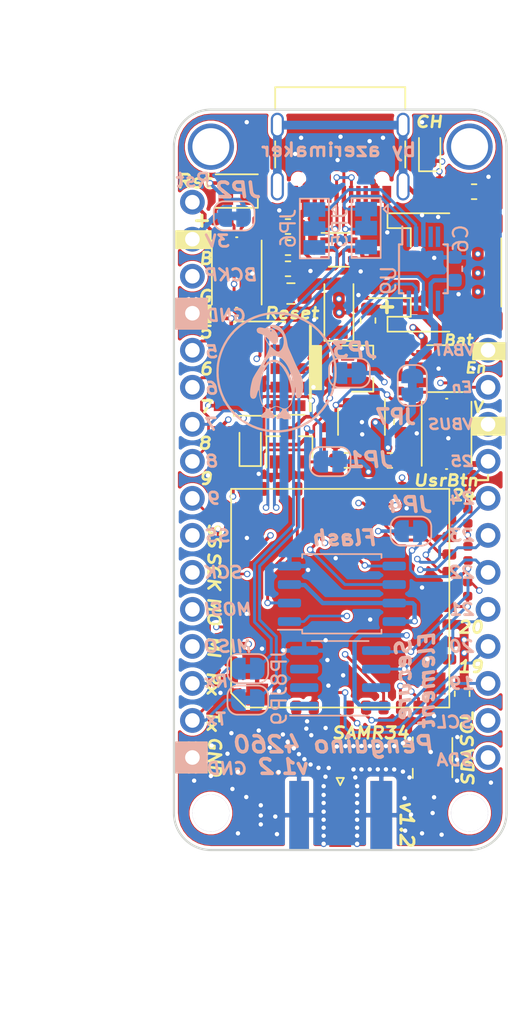
<source format=kicad_pcb>
(kicad_pcb (version 20171130) (host pcbnew "(5.1.7)-1")
  (title_block (title "Penguino Feather RAK4260") (date 2020-08-19) (rev 1.2) (company "MakerTronika Labs") (comment 1 https://makertronika.com/) (comment 2 "design by Orkhan AmirAslan (azerimaker)"))
  (layers (0 Top.HF mixed) (1 In1.GND power) (2 In2.PWR power) (31 Bottom.LF mixed) (34 B.Paste user) (35 F.Paste user) (36 B.SilkS user) (37 F.SilkS user) (38 B.Mask user) (39 F.Mask user) (44 Edge.Cuts user))
  (net 0 "")
  (net 1 GND)
  (net 2 +BATT)
  (net 3 VBUS)
  (net 4 +3V3)
  (net 5 "Net-(D4-Pad1)")
  (net 6 "Net-(D4-Pad2)")
  (net 7 USB_N)
  (net 8 USB_P)
  (net 9 PA31_SWDIO)
  (net 10 PA30_SWDCLK)
  (net 11 ~RESET)
  (net 12 LDO_EN)
  (net 13 /Vin)
  (net 14 PA08_AIN0)
  (net 15 PA19_RX3)
  (net 16 PA16_I2C_SDA)
  (net 17 PA18_TX3)
  (net 18 PA17_I2C_SCL)
  (net 19 PA14)
  (net 20 PA15)
  (net 21 "Net-(U2-Pad4)")
  (net 22 "Net-(U5-Pad4)")
  (net 23 PB03_NC_BCKP)
  (net 24 PA22_SS)
  (net 25 PB23_SCK)
  (net 26 PA23_MOSI)
  (net 27 PB02_MISO)
  (net 28 PA05_RX1)
  (net 29 PA04_TX1)
  (net 30 PA27)
  (net 31 PA06_AIN6)
  (net 32 PA07_AIN7)
  (net 33 PA09_AIN1)
  (net 34 VDD_IN)
  (net 35 "Net-(C5-Pad1)")
  (net 36 "Net-(C5-Pad2)")
  (net 37 "Net-(C9-Pad1)")
  (net 38 "Net-(C12-Pad2)")
  (net 39 "Net-(C13-Pad2)")
  (net 40 "Net-(D2-Pad1)")
  (net 41 "Net-(D2-Pad2)")
  (net 42 "Net-(D5-Pad1)")
  (net 43 "Net-(D5-Pad2)")
  (net 44 "Net-(D5-Pad3)")
  (net 45 "Net-(D5-Pad4)")
  (net 46 "Net-(J1-Pad1)")
  (net 47 "Net-(J2-Pad1)")
  (net 48 "Net-(J3-PadB8)")
  (net 49 "Net-(J3-PadA5)")
  (net 50 "Net-(J3-PadA8)")
  (net 51 "Net-(J3-PadB5)")
  (net 52 "Net-(JP3-Pad2)")
  (net 53 "Net-(R6-Pad1)")
  (net 54 "Net-(U4-Pad21)")
  (net 55 "Net-(U5-Pad3)")
  (net 56 "Net-(J5-Pad6)")
  (net 57 "Net-(J5-Pad7)")
  (net 58 "Net-(J5-Pad8)")
  (net 59 "Net-(R3-Pad2)")
  (net 60 PB22_FlashCS)
  (net 61 "Net-(C6-Pad2)")
  (net 62 MCU_U_P)
  (net 63 MCU_U_N)
  (net 64 "Net-(JP8-Pad2)")
  (net 65 "Net-(JP9-Pad2)")
  (net 66 "Net-(U9-Pad4)")
  (net 67 "Net-(U9-Pad5)")
  (net 68 "Net-(U9-Pad6)")
  (net 69 /UD+)
  (net 70 /UD-)
  (module Custom_Logos:Penguino-SM-5500 (layer Top.HF) (at 130.29 115.97)
    (fp_text reference G*** hide)
    (fp_text value LOGO hide)
  )
  (module Custom_Logos:Makertronika-1500 (layer Bottom.LF) (at 131.5212 86.5886 180)
    (fp_text reference G*** hide)
    (fp_text value LOGO hide)
  )
  (module Capacitor_SMD:C_0402_1005Metric (layer Top.HF) (at 127.45 94.165 270)
    (fp_text reference C13 hide)
    (fp_text value 100nF)
    (pad 1 smd roundrect (at -0.485 0 270) (size 0.59 0.64) (layers Top.HF F.Paste F.Mask) (net 1 GND))
    (pad 2 smd roundrect (at 0.485 0 270) (size 0.59 0.64) (layers Top.HF F.Paste F.Mask) (net 39 "Net-(C13-Pad2)"))
  )
  (module Diode_SMD:D_SOD-123 (layer Top.HF) (at 135.8 82.2 90)
    (fp_text reference D1 hide)
    (fp_text value MBR0520 hide)
    (pad 1 smd rect (at -1.65 0 90) (size 0.9 1.2) (layers Top.HF F.Paste F.Mask) (net 34 VDD_IN))
    (pad 2 smd rect (at 1.65 0 90) (size 0.9 1.2) (layers Top.HF F.Paste F.Mask) (net 3 VBUS))
  )
  (module Connector_Coaxial:U.FL_Hirose_U.FL-R-SMT-1_Vertical (layer Top.HF) (at 141.76 113.04)
    (fp_text reference J1 hide)
    (fp_text value U.FL-R-SMT-1 hide)
    (pad 2 smd rect (at 0.475 1.475) (size 2.2 1.05) (layers Top.HF F.Paste F.Mask) (net 1 GND))
    (pad 1 smd rect (at -1.05 0) (size 1.05 1) (layers Top.HF F.Paste F.Mask) (net 46 "Net-(J1-Pad1)"))
    (pad 2 smd rect (at 0.475 -1.475) (size 2.2 1.05) (layers Top.HF F.Paste F.Mask) (net 1 GND))
  )
  (module Connector_JST:JST_PH_S2B-PH-SM4-TB_1x02-1MP_P2.00mm_Horizontal (layer Top.HF) (at 142.45 79.75 90)
    (fp_text reference J4 hide)
    (fp_text value JST_PH hide)
    (pad 1 smd roundrect (at -1 -2.85 90) (size 1 3.5) (layers Top.HF F.Paste F.Mask) (net 2 +BATT))
    (pad 2 smd roundrect (at 1 -2.85 90) (size 1 3.5) (layers Top.HF F.Paste F.Mask) (net 1 GND))
    (pad MP smd roundrect (at -3.35 2.9 90) (size 1.5 3.4) (layers Top.HF F.Paste F.Mask) (roundrect_rratio 0.166667))
    (pad MP smd roundrect (at 3.35 2.9 90) (size 1.5 3.4) (layers Top.HF F.Paste F.Mask) (roundrect_rratio 0.166667))
  )
  (module Capacitor_SMD:C_0603_1608Metric (layer Top.HF) (at 145.09 74.21 180)
    (fp_text reference C12 hide)
    (fp_text value 10nF hide)
    (pad 1 smd roundrect (at -0.7875 0 180) (size 0.875 0.95) (layers Top.HF F.Paste F.Mask) (net 1 GND))
    (pad 2 smd roundrect (at 0.7875 0 180) (size 0.875 0.95) (layers Top.HF F.Paste F.Mask) (net 38 "Net-(C12-Pad2)"))
  )
  (module Capacitor_SMD:C_0603_1608Metric (layer Top.HF) (at 132.3 76.6 180)
    (fp_text reference C8 hide)
    (fp_text value 10nF hide)
    (pad 1 smd roundrect (at -0.7875 0 180) (size 0.875 0.95) (layers Top.HF F.Paste F.Mask) (net 13 /Vin))
    (pad 2 smd roundrect (at 0.7875 0 180) (size 0.875 0.95) (layers Top.HF F.Paste F.Mask) (net 1 GND))
  )
  (module Capacitor_SMD:C_0603_1608Metric (layer Top.HF) (at 132.3 79.5)
    (fp_text reference C9 hide)
    (fp_text value 100nF hide)
    (pad 2 smd roundrect (at 0.7875 0) (size 0.875 0.95) (layers Top.HF F.Paste F.Mask) (net 1 GND))
    (pad 1 smd roundrect (at -0.7875 0) (size 0.875 0.95) (layers Top.HF F.Paste F.Mask) (net 37 "Net-(C9-Pad1)"))
  )
  (module Capacitor_SMD:C_0603_1608Metric (layer Top.HF) (at 140.1 90 270)
    (fp_text reference C2 hide)
    (fp_text value 10uF hide)
    (pad 2 smd roundrect (at 0.7875 0 270) (size 0.875 0.95) (layers Top.HF F.Paste F.Mask) (net 1 GND))
    (pad 1 smd roundrect (at -0.7875 0 270) (size 0.875 0.95) (layers Top.HF F.Paste F.Mask) (net 34 VDD_IN))
  )
  (module Capacitor_SMD:C_0603_1608Metric (layer Top.HF) (at 144.272 108.6612 270)
    (fp_text reference C10 hide)
    (fp_text value 1uF hide)
    (pad 2 smd roundrect (at 0.7875 0 270) (size 0.875 0.95) (layers Top.HF F.Paste F.Mask) (net 1 GND))
    (pad 1 smd roundrect (at -0.7875 0 270) (size 0.875 0.95) (layers Top.HF F.Paste F.Mask) (net 4 +3V3))
  )
  (module Capacitor_SMD:C_0603_1608Metric (layer Top.HF) (at 139.3 92.65)
    (fp_text reference C3 hide)
    (fp_text value 10uF hide)
    (pad 2 smd roundrect (at 0.7875 0) (size 0.875 0.95) (layers Top.HF F.Paste F.Mask) (net 1 GND))
    (pad 1 smd roundrect (at -0.7875 0) (size 0.875 0.95) (layers Top.HF F.Paste F.Mask) (net 4 +3V3))
  )
  (module Capacitor_SMD:C_0402_1005Metric (layer Top.HF) (at 133.2 111.845 315)
    (fp_text reference C5 hide)
    (fp_text value 47pF hide)
    (pad 1 smd roundrect (at -0.485 0 315) (size 0.59 0.64) (layers Top.HF F.Paste F.Mask) (net 35 "Net-(C5-Pad1)"))
    (pad 2 smd roundrect (at 0.485 0 315) (size 0.59 0.64) (layers Top.HF F.Paste F.Mask) (net 36 "Net-(C5-Pad2)"))
  )
  (module Capacitor_SMD:C_0402_1005Metric (layer Top.HF) (at 132.375 110.675 180)
    (fp_text reference C7 hide)
    (fp_text value DNM hide)
    (pad 2 smd roundrect (at 0.485 0 180) (size 0.59 0.64) (layers Top.HF F.Paste F.Mask) (net 1 GND))
    (pad 1 smd roundrect (at -0.485 0 180) (size 0.59 0.64) (layers Top.HF F.Paste F.Mask) (net 35 "Net-(C5-Pad1)"))
  )
  (module Capacitor_SMD:C_0603_1608Metric (layer Top.HF) (at 136.35 92.65 180)
    (fp_text reference C4 hide)
    (fp_text value 100nF hide)
    (pad 1 smd roundrect (at -0.7875 0 180) (size 0.875 0.95) (layers Top.HF F.Paste F.Mask) (net 4 +3V3))
    (pad 2 smd roundrect (at 0.7875 0 180) (size 0.875 0.95) (layers Top.HF F.Paste F.Mask) (net 1 GND))
  )
  (module LED_SMD:LED_0603_1608Metric (layer Top.HF) (at 142.0368 71.3232 90)
    (fp_text reference D2 hide)
    (fp_text value CH_ORANGE hide)
    (pad 1 smd roundrect (at -0.7875 0 90) (size 0.875 0.95) (layers Top.HF F.Paste F.Mask) (net 40 "Net-(D2-Pad1)"))
    (pad 2 smd roundrect (at 0.7875 0 90) (size 0.875 0.95) (layers Top.HF F.Paste F.Mask) (net 41 "Net-(D2-Pad2)"))
  )
  (module LED_SMD:LED_Cree-PLCC4_2x2mm_CW (layer Top.HF) (at 128.778 74.168 180)
    (fp_text reference D5 hide)
    (fp_text value FM-B2020RGBA hide)
    (pad 1 smd rect (at -0.75 -0.55 180) (size 1 0.8) (layers Top.HF F.Paste F.Mask) (net 42 "Net-(D5-Pad1)"))
    (pad 2 smd rect (at 0.75 -0.55 180) (size 1 0.8) (layers Top.HF F.Paste F.Mask) (net 43 "Net-(D5-Pad2)"))
    (pad 3 smd rect (at 0.75 0.55 180) (size 1 0.8) (layers Top.HF F.Paste F.Mask) (net 44 "Net-(D5-Pad3)"))
    (pad 4 smd rect (at -0.75 0.55 180) (size 1 0.8) (layers Top.HF F.Paste F.Mask) (net 45 "Net-(D5-Pad4)"))
  )
  (module LED_SMD:LED_0603_1608Metric (layer Top.HF) (at 129.7 91.55 90)
    (fp_text reference D4 hide)
    (fp_text value PWR_BLUE hide)
    (pad 2 smd roundrect (at 0.7875 0 90) (size 0.875 0.95) (layers Top.HF F.Paste F.Mask) (net 6 "Net-(D4-Pad2)"))
    (pad 1 smd roundrect (at -0.7875 0 90) (size 0.875 0.95) (layers Top.HF F.Paste F.Mask) (net 5 "Net-(D4-Pad1)"))
  )
  (module Fuse:Fuse_0805_2012Metric (layer Top.HF) (at 132.5 81.2)
    (fp_text reference F1 hide)
    (fp_text value 1A hide)
    (pad 1 smd roundrect (at -0.9375 0) (size 0.975 1.4) (layers Top.HF F.Paste F.Mask) (net 37 "Net-(C9-Pad1)"))
    (pad 2 smd roundrect (at 0.9375 0) (size 0.975 1.4) (layers Top.HF F.Paste F.Mask) (net 3 VBUS))
  )
  (module Inductor_SMD:L_0603_1608Metric (layer Top.HF) (at 132.3 78.05 180)
    (fp_text reference FB1 hide)
    (fp_text value BLM18HE152SN1D hide)
    (pad 1 smd roundrect (at -0.7875 0 180) (size 0.875 0.95) (layers Top.HF F.Paste F.Mask) (net 13 /Vin))
    (pad 2 smd roundrect (at 0.7875 0 180) (size 0.875 0.95) (layers Top.HF F.Paste F.Mask) (net 37 "Net-(C9-Pad1)"))
  )
  (module Connector_PinHeader_1.27mm:PinHeader_2x05_P1.27mm_Vertical_SMD (layer Top.HF) (at 130.35 86.35 180)
    (fp_text reference J5 hide)
    (fp_text value Conn_ARM_JTAG_SWD_10 hide)
    (pad 1 smd rect (at -1.95 -2.54 180) (size 2.4 0.74) (layers Top.HF F.Paste F.Mask) (net 4 +3V3))
    (pad 2 smd rect (at 1.95 -2.54 180) (size 2.4 0.74) (layers Top.HF F.Paste F.Mask) (net 9 PA31_SWDIO))
    (pad 3 smd rect (at -1.95 -1.27 180) (size 2.4 0.74) (layers Top.HF F.Paste F.Mask) (net 1 GND))
    (pad 4 smd rect (at 1.95 -1.27 180) (size 2.4 0.74) (layers Top.HF F.Paste F.Mask) (net 10 PA30_SWDCLK))
    (pad 5 smd rect (at -1.95 0 180) (size 2.4 0.74) (layers Top.HF F.Paste F.Mask) (net 1 GND))
    (pad 6 smd rect (at 1.95 0 180) (size 2.4 0.74) (layers Top.HF F.Paste F.Mask) (net 56 "Net-(J5-Pad6)"))
    (pad 7 smd rect (at -1.95 1.27 180) (size 2.4 0.74) (layers Top.HF F.Paste F.Mask) (net 57 "Net-(J5-Pad7)"))
    (pad 8 smd rect (at 1.95 1.27 180) (size 2.4 0.74) (layers Top.HF F.Paste F.Mask) (net 58 "Net-(J5-Pad8)"))
    (pad 9 smd rect (at -1.95 2.54 180) (size 2.4 0.74) (layers Top.HF F.Paste F.Mask) (net 1 GND))
    (pad 10 smd rect (at 1.95 2.54 180) (size 2.4 0.74) (layers Top.HF F.Paste F.Mask) (net 11 ~RESET))
  )
  (module tinylora_v1:SMA_J_P_X_ST_EM1_EdgeMount (layer Top.HF) (at 135.89 116.84 270)
    (fp_text reference J2 hide)
    (fp_text value SMA-Edge-Mount hide)
    (pad 2 smd rect (at 0.15 2.825) (size 1.35 4.7) (layers Bottom.LF B.Paste B.Mask) (net 1 GND))
    (pad 2 smd rect (at 0.15 -2.825) (size 1.5 4.7) (layers Bottom.LF B.Paste B.Mask) (net 1 GND))
    (pad 2 smd rect (at 0.15 2.825) (size 1.35 4.7) (layers Top.HF F.Paste F.Mask) (net 1 GND))
    (pad 2 smd rect (at 0.15 -2.825) (size 1.5 4.7) (layers Top.HF F.Paste F.Mask) (net 1 GND))
    (pad 1 smd rect (at 0.127 0) (size 1.5 4.4) (layers Top.HF F.Paste F.Mask) (net 47 "Net-(J2-Pad1)"))
  )
  (module Jumper:SolderJumper-2_P1.3mm_Bridged_RoundedPad1.0x1.5mm (layer Bottom.LF) (at 128.6 75.875)
    (fp_text reference JP2 hide)
    (fp_text value RGB-Cut hide)
    (fp_poly (pts (xy 0.25 0.3) (xy -0.25 0.3) (xy -0.25 -0.3) (xy 0.25 -0.3)) (layer Bottom.LF) (width 0))
    (pad 1 smd custom (at -0.65 0) (size 1 0.5) (layers Bottom.LF B.Mask) (net 4 +3V3) (options (clearance outline) (anchor rect)) (primitives (gr_circle (center 0 -0.25) (end 0.5 -0.25) (width 0)) (gr_circle (center 0 0.25) (end 0.5 0.25) (width 0)) (gr_poly (pts (xy 0 0.75) (xy 0.5 0.75) (xy 0.5 -0.75) (xy 0 -0.75)) (width 0))))
    (pad 2 smd custom (at 0.65 0) (size 1 0.5) (layers Bottom.LF B.Mask) (net 44 "Net-(D5-Pad3)") (options (clearance outline) (anchor rect)) (primitives (gr_circle (center 0 -0.25) (end 0.5 -0.25) (width 0)) (gr_circle (center 0 0.25) (end 0.5 0.25) (width 0)) (gr_poly (pts (xy 0 0.75) (xy -0.5 0.75) (xy -0.5 -0.75) (xy 0 -0.75)) (width 0))))
  )
  (module Jumper:SolderJumper-2_P1.3mm_Bridged_RoundedPad1.0x1.5mm (layer Bottom.LF) (at 140.75 97.5 180)
    (fp_text reference JP4 hide)
    (fp_text value ADC-PIN-Cut hide)
    (fp_poly (pts (xy 0.25 0.3) (xy -0.25 0.3) (xy -0.25 -0.3) (xy 0.25 -0.3)) (layer Bottom.LF) (width 0))
    (pad 1 smd custom (at -0.65 0 180) (size 1 0.5) (layers Bottom.LF B.Mask) (net 14 PA08_AIN0) (options (clearance outline) (anchor rect)) (primitives (gr_circle (center 0 -0.25) (end 0.5 -0.25) (width 0)) (gr_circle (center 0 0.25) (end 0.5 0.25) (width 0)) (gr_poly (pts (xy 0 0.75) (xy 0.5 0.75) (xy 0.5 -0.75) (xy 0 -0.75)) (width 0))))
    (pad 2 smd custom (at 0.65 0 180) (size 1 0.5) (layers Bottom.LF B.Mask) (net 39 "Net-(C13-Pad2)") (options (clearance outline) (anchor rect)) (primitives (gr_circle (center 0 -0.25) (end 0.5 -0.25) (width 0)) (gr_circle (center 0 0.25) (end 0.5 0.25) (width 0)) (gr_poly (pts (xy 0 0.75) (xy -0.5 0.75) (xy -0.5 -0.75) (xy 0 -0.75)) (width 0))))
  )
  (module Jumper:SolderJumper-2_P1.3mm_Bridged_RoundedPad1.0x1.5mm (layer Bottom.LF) (at 135.2 92.73 180)
    (fp_text reference JP1 hide)
    (fp_text value PWRLED-Cut hide)
    (fp_poly (pts (xy 0.25 0.3) (xy -0.25 0.3) (xy -0.25 -0.3) (xy 0.25 -0.3)) (layer Bottom.LF) (width 0))
    (pad 2 smd custom (at 0.65 0 180) (size 1 0.5) (layers Bottom.LF B.Mask) (net 6 "Net-(D4-Pad2)") (options (clearance outline) (anchor rect)) (primitives (gr_circle (center 0 -0.25) (end 0.5 -0.25) (width 0)) (gr_circle (center 0 0.25) (end 0.5 0.25) (width 0)) (gr_poly (pts (xy 0 0.75) (xy -0.5 0.75) (xy -0.5 -0.75) (xy 0 -0.75)) (width 0))))
    (pad 1 smd custom (at -0.65 0 180) (size 1 0.5) (layers Bottom.LF B.Mask) (net 4 +3V3) (options (clearance outline) (anchor rect)) (primitives (gr_circle (center 0 -0.25) (end 0.5 -0.25) (width 0)) (gr_circle (center 0 0.25) (end 0.5 0.25) (width 0)) (gr_poly (pts (xy 0 0.75) (xy 0.5 0.75) (xy 0.5 -0.75) (xy 0 -0.75)) (width 0))))
  )
  (module Jumper:SolderJumper-2_P1.3mm_Bridged_RoundedPad1.0x1.5mm (layer Bottom.LF) (at 136.525 86.65 180)
    (fp_text reference JP3 hide)
    (fp_text value ADCV-Cut hide)
    (fp_poly (pts (xy 0.25 0.3) (xy -0.25 0.3) (xy -0.25 -0.3) (xy 0.25 -0.3)) (layer Bottom.LF) (width 0))
    (pad 2 smd custom (at 0.65 0 180) (size 1 0.5) (layers Bottom.LF B.Mask) (net 52 "Net-(JP3-Pad2)") (options (clearance outline) (anchor rect)) (primitives (gr_circle (center 0 -0.25) (end 0.5 -0.25) (width 0)) (gr_circle (center 0 0.25) (end 0.5 0.25) (width 0)) (gr_poly (pts (xy 0 0.75) (xy -0.5 0.75) (xy -0.5 -0.75) (xy 0 -0.75)) (width 0))))
    (pad 1 smd custom (at -0.65 0 180) (size 1 0.5) (layers Bottom.LF B.Mask) (net 2 +BATT) (options (clearance outline) (anchor rect)) (primitives (gr_circle (center 0 -0.25) (end 0.5 -0.25) (width 0)) (gr_circle (center 0 0.25) (end 0.5 0.25) (width 0)) (gr_poly (pts (xy 0 0.75) (xy 0.5 0.75) (xy 0.5 -0.75) (xy 0 -0.75)) (width 0))))
  )
  (module Resistor_SMD:R_0402_1005Metric (layer Top.HF) (at 142.2424 74.4828 180)
    (fp_text reference R12 hide)
    (fp_text value 1M hide)
    (pad 2 smd roundrect (at 0.485 0 180) (size 0.59 0.64) (layers Top.HF F.Paste F.Mask) (net 38 "Net-(C12-Pad2)"))
    (pad 1 smd roundrect (at -0.485 0 180) (size 0.59 0.64) (layers Top.HF F.Paste F.Mask) (net 1 GND))
  )
  (module Resistor_SMD:R_0402_1005Metric (layer Top.HF) (at 140 87.4 90)
    (fp_text reference R6 hide)
    (fp_text value 4K7 hide)
    (pad 1 smd roundrect (at -0.485 0 90) (size 0.59 0.64) (layers Top.HF F.Paste F.Mask) (net 53 "Net-(R6-Pad1)"))
    (pad 2 smd roundrect (at 0.485 0 90) (size 0.59 0.64) (layers Top.HF F.Paste F.Mask) (net 1 GND))
  )
  (module Resistor_SMD:R_0402_1005Metric (layer Top.HF) (at 142.2424 73.4668 180)
    (fp_text reference R4 hide)
    (fp_text value 1K5 hide)
    (pad 2 smd roundrect (at 0.485 0 180) (size 0.59 0.64) (layers Top.HF F.Paste F.Mask) (net 41 "Net-(D2-Pad2)"))
    (pad 1 smd roundrect (at -0.485 0 180) (size 0.59 0.64) (layers Top.HF F.Paste F.Mask) (net 3 VBUS))
  )
  (module Resistor_SMD:R_0402_1005Metric (layer Top.HF) (at 129.667 76.2 180)
    (fp_text reference R9 hide)
    (fp_text value 1K5 hide)
    (pad 2 smd roundrect (at 0.485 0 180) (size 0.59 0.64) (layers Top.HF F.Paste F.Mask) (net 15 PA19_RX3))
    (pad 1 smd roundrect (at -0.485 0 180) (size 0.59 0.64) (layers Top.HF F.Paste F.Mask) (net 42 "Net-(D5-Pad1)"))
  )
  (module Resistor_SMD:R_0402_1005Metric (layer Top.HF) (at 144.67 99.03 270)
    (fp_text reference R13 hide)
    (fp_text value 4K7 hide)
    (pad 1 smd roundrect (at -0.485 0 270) (size 0.59 0.64) (layers Top.HF F.Paste F.Mask) (net 4 +3V3))
    (pad 2 smd roundrect (at 0.485 0 270) (size 0.59 0.64) (layers Top.HF F.Paste F.Mask) (net 16 PA16_I2C_SDA))
  )
  (module Resistor_SMD:R_0402_1005Metric (layer Top.HF) (at 129.921 71.501 90)
    (fp_text reference R10 hide)
    (fp_text value 1K5 hide)
    (pad 1 smd roundrect (at -0.485 0 90) (size 0.59 0.64) (layers Top.HF F.Paste F.Mask) (net 45 "Net-(D5-Pad4)"))
    (pad 2 smd roundrect (at 0.485 0 90) (size 0.59 0.64) (layers Top.HF F.Paste F.Mask) (net 17 PA18_TX3))
  )
  (module Resistor_SMD:R_0402_1005Metric (layer Top.HF) (at 144.65 101.475 270)
    (fp_text reference R14 hide)
    (fp_text value 4K7 hide)
    (pad 1 smd roundrect (at -0.485 0 270) (size 0.59 0.64) (layers Top.HF F.Paste F.Mask) (net 4 +3V3))
    (pad 2 smd roundrect (at 0.485 0 270) (size 0.59 0.64) (layers Top.HF F.Paste F.Mask) (net 18 PA17_I2C_SCL))
  )
  (module Resistor_SMD:R_0402_1005Metric (layer Top.HF) (at 127.775 76.2)
    (fp_text reference R11 hide)
    (fp_text value 1K5 hide)
    (pad 2 smd roundrect (at 0.485 0) (size 0.59 0.64) (layers Top.HF F.Paste F.Mask) (net 19 PA14))
    (pad 1 smd roundrect (at -0.485 0) (size 0.59 0.64) (layers Top.HF F.Paste F.Mask) (net 43 "Net-(D5-Pad2)"))
  )
  (module Resistor_SMD:R_0402_1005Metric (layer Top.HF) (at 128.4 91.075 90)
    (fp_text reference R8 hide)
    (fp_text value 10K hide)
    (pad 2 smd roundrect (at 0.485 0 90) (size 0.59 0.64) (layers Top.HF F.Paste F.Mask) (net 11 ~RESET))
    (pad 1 smd roundrect (at -0.485 0 90) (size 0.59 0.64) (layers Top.HF F.Paste F.Mask) (net 4 +3V3))
  )
  (module Resistor_SMD:R_0402_1005Metric (layer Top.HF) (at 129 93.8)
    (fp_text reference R15 hide)
    (fp_text value 1M hide)
    (pad 2 smd roundrect (at 0.485 0) (size 0.59 0.64) (layers Top.HF F.Paste F.Mask) (net 52 "Net-(JP3-Pad2)"))
    (pad 1 smd roundrect (at -0.485 0) (size 0.59 0.64) (layers Top.HF F.Paste F.Mask) (net 39 "Net-(C13-Pad2)"))
  )
  (module Resistor_SMD:R_0402_1005Metric (layer Top.HF) (at 127.45 96.1 90)
    (fp_text reference R16 hide)
    (fp_text value 3M6 hide)
    (pad 1 smd roundrect (at -0.485 0 90) (size 0.59 0.64) (layers Top.HF F.Paste F.Mask) (net 1 GND))
    (pad 2 smd roundrect (at 0.485 0 90) (size 0.59 0.64) (layers Top.HF F.Paste F.Mask) (net 39 "Net-(C13-Pad2)"))
  )
  (module Resistor_SMD:R_0402_1005Metric (layer Top.HF) (at 127.9 92.575 180)
    (fp_text reference R7 hide)
    (fp_text value 1K5 hide)
    (pad 1 smd roundrect (at -0.485 0 180) (size 0.59 0.64) (layers Top.HF F.Paste F.Mask) (net 5 "Net-(D4-Pad1)"))
    (pad 2 smd roundrect (at 0.485 0 180) (size 0.59 0.64) (layers Top.HF F.Paste F.Mask) (net 1 GND))
  )
  (module Resistor_SMD:R_0402_1005Metric (layer Top.HF) (at 136.314784 113.04415)
    (fp_text reference R1 hide)
    (fp_text value DNM hide)
    (pad 2 smd roundrect (at 0.485 0) (size 0.59 0.64) (layers Top.HF F.Paste F.Mask) (net 46 "Net-(J1-Pad1)"))
    (pad 1 smd roundrect (at -0.485 0) (size 0.59 0.64) (layers Top.HF F.Paste F.Mask) (net 36 "Net-(C5-Pad2)"))
  )
  (module Resistor_SMD:R_0402_1005Metric (layer Top.HF) (at 135.862868 113.496066 90)
    (fp_text reference R2 hide)
    (fp_text value 0R hide)
    (pad 1 smd roundrect (at -0.485 0 90) (size 0.59 0.64) (layers Top.HF F.Paste F.Mask) (net 47 "Net-(J2-Pad1)"))
    (pad 2 smd roundrect (at 0.485 0 90) (size 0.59 0.64) (layers Top.HF F.Paste F.Mask) (net 36 "Net-(C5-Pad2)"))
  )
  (module Package_TO_SOT_SMD:SOT-23-5 (layer Top.HF) (at 142.75 86.35 180)
    (fp_text reference U1 hide)
    (fp_text value MCP73831 hide)
    (pad 1 smd rect (at -1.1 -0.95 180) (size 1.06 0.65) (layers Top.HF F.Paste F.Mask) (net 40 "Net-(D2-Pad1)"))
    (pad 2 smd rect (at -1.1 0 180) (size 1.06 0.65) (layers Top.HF F.Paste F.Mask) (net 1 GND))
    (pad 3 smd rect (at -1.1 0.95 180) (size 1.06 0.65) (layers Top.HF F.Paste F.Mask) (net 2 +BATT))
    (pad 4 smd rect (at 1.1 0.95 180) (size 1.06 0.65) (layers Top.HF F.Paste F.Mask) (net 3 VBUS))
    (pad 5 smd rect (at 1.1 -0.95 180) (size 1.06 0.65) (layers Top.HF F.Paste F.Mask) (net 53 "Net-(R6-Pad1)"))
  )
  (module Package_TO_SOT_SMD:SOT-363_SC-70-6 (layer Top.HF) (at 135.8 78.2)
    (fp_text reference U5 hide)
    (fp_text value NUP2202 hide)
    (pad 1 smd rect (at -0.95 -0.65) (size 0.65 0.4) (layers Top.HF F.Paste F.Mask) (net 7 USB_N))
    (pad 3 smd rect (at -0.95 0.65) (size 0.65 0.4) (layers Top.HF F.Paste F.Mask) (net 55 "Net-(U5-Pad3)"))
    (pad 5 smd rect (at 0.95 0) (size 0.65 0.4) (layers Top.HF F.Paste F.Mask) (net 13 /Vin))
    (pad 2 smd rect (at -0.95 0) (size 0.65 0.4) (layers Top.HF F.Paste F.Mask) (net 1 GND))
    (pad 4 smd rect (at 0.95 0.65) (size 0.65 0.4) (layers Top.HF F.Paste F.Mask) (net 22 "Net-(U5-Pad4)"))
    (pad 6 smd rect (at 0.95 -0.65) (size 0.65 0.4) (layers Top.HF F.Paste F.Mask) (net 8 USB_P))
  )
  (module Package_TO_SOT_SMD:SOT-23 (layer Top.HF) (at 132.4 91.75 90)
    (fp_text reference U3 hide)
    (fp_text value MAX809STRG hide)
    (pad 1 smd rect (at -1 -0.95 90) (size 0.9 0.8) (layers Top.HF F.Paste F.Mask) (net 1 GND))
    (pad 2 smd rect (at -1 0.95 90) (size 0.9 0.8) (layers Top.HF F.Paste F.Mask) (net 59 "Net-(R3-Pad2)"))
    (pad 3 smd rect (at 1 0 90) (size 0.9 0.8) (layers Top.HF F.Paste F.Mask) (net 34 VDD_IN))
  )
  (module Package_SO:SOIC-8_3.9x4.9mm_P1.27mm (layer Bottom.LF) (at 135.89 107.6)
    (fp_text reference U7 hide)
    (fp_text value ATECC608A-TNGLORAS hide)
    (pad 1 smd roundrect (at -2.475 1.905) (size 1.95 0.6) (layers Bottom.LF B.Paste B.Mask))
    (pad 2 smd roundrect (at -2.475 0.635) (size 1.95 0.6) (layers Bottom.LF B.Paste B.Mask))
    (pad 3 smd roundrect (at -2.475 -0.635) (size 1.95 0.6) (layers Bottom.LF B.Paste B.Mask))
    (pad 4 smd roundrect (at -2.475 -1.905) (size 1.95 0.6) (layers Bottom.LF B.Paste B.Mask) (net 1 GND))
    (pad 5 smd roundrect (at 2.475 -1.905) (size 1.95 0.6) (layers Bottom.LF B.Paste B.Mask) (net 16 PA16_I2C_SDA))
    (pad 6 smd roundrect (at 2.475 -0.635) (size 1.95 0.6) (layers Bottom.LF B.Paste B.Mask) (net 18 PA17_I2C_SCL))
    (pad 7 smd roundrect (at 2.475 0.635) (size 1.95 0.6) (layers Bottom.LF B.Paste B.Mask))
    (pad 8 smd roundrect (at 2.475 1.905) (size 1.95 0.6) (layers Bottom.LF B.Paste B.Mask) (net 4 +3V3))
  )
  (module Package_TO_SOT_SMD:SOT-23-5 (layer Top.HF) (at 137.35 90 270)
    (fp_text reference U2 hide)
    (fp_text value ME6215C33 hide)
    (pad 5 smd rect (at 1.1 -0.95 270) (size 1.06 0.65) (layers Top.HF F.Paste F.Mask) (net 4 +3V3))
    (pad 4 smd rect (at 1.1 0.95 270) (size 1.06 0.65) (layers Top.HF F.Paste F.Mask) (net 21 "Net-(U2-Pad4)"))
    (pad 3 smd rect (at -1.1 0.95 270) (size 1.06 0.65) (layers Top.HF F.Paste F.Mask) (net 12 LDO_EN))
    (pad 2 smd rect (at -1.1 0 270) (size 1.06 0.65) (layers Top.HF F.Paste F.Mask) (net 1 GND))
    (pad 1 smd rect (at -1.1 -0.95 270) (size 1.06 0.65) (layers Top.HF F.Paste F.Mask) (net 34 VDD_IN))
  )
  (module mcu_footprints:Feather-Generic (layer Top.HF) (at 124.46 68.58)
    (fp_text reference U6 hide)
    (fp_text value Feather-Generic hide)
    (pad "" thru_hole circle (at 2.54 2.54) (size 3.175 3.175) (drill 2.54) (layers *.Cu *.Mask))
    (pad "" thru_hole circle (at 20.32 2.54) (size 3.175 3.175) (drill 2.54) (layers *.Cu *.Mask))
    (pad "" thru_hole circle (at 20.32 48.26) (size 2.54 2.54) (drill 2.54) (layers *.Cu *.Mask))
    (pad "" thru_hole circle (at 2.54 48.26) (size 2.54 2.54) (drill 2.54) (layers *.Cu *.Mask))
    (pad 1 thru_hole oval (at 1.27 6.35) (size 1.7 1.7) (drill 1) (layers *.Cu *.Mask) (net 11 ~RESET))
    (pad 2 thru_hole oval (at 1.27 8.89) (size 1.7 1.7) (drill 1) (layers *.Cu *.Mask) (net 4 +3V3))
    (pad 3 thru_hole oval (at 1.27 11.43) (size 1.7 1.7) (drill 1) (layers *.Cu *.Mask) (net 23 PB03_NC_BCKP))
    (pad 4 thru_hole oval (at 1.27 13.97) (size 1.7 1.7) (drill 1) (layers *.Cu *.Mask) (net 1 GND))
    (pad 5 thru_hole oval (at 1.27 16.51) (size 1.7 1.7) (drill 1) (layers *.Cu *.Mask) (net 19 PA14))
    (pad 6 thru_hole oval (at 1.27 19.05) (size 1.7 1.7) (drill 1) (layers *.Cu *.Mask) (net 17 PA18_TX3))
    (pad 7 thru_hole oval (at 1.27 21.59) (size 1.7 1.7) (drill 1) (layers *.Cu *.Mask) (net 15 PA19_RX3))
    (pad 8 thru_hole oval (at 1.27 24.13) (size 1.7 1.7) (drill 1) (layers *.Cu *.Mask) (net 10 PA30_SWDCLK))
    (pad 9 thru_hole oval (at 1.27 26.67) (size 1.7 1.7) (drill 1) (layers *.Cu *.Mask) (net 9 PA31_SWDIO))
    (pad 10 thru_hole oval (at 1.27 29.21) (size 1.7 1.7) (drill 1) (layers *.Cu *.Mask) (net 24 PA22_SS))
    (pad 11 thru_hole oval (at 1.27 31.75) (size 1.7 1.7) (drill 1) (layers *.Cu *.Mask) (net 25 PB23_SCK))
    (pad 12 thru_hole oval (at 1.27 34.29) (size 1.7 1.7) (drill 1) (layers *.Cu *.Mask) (net 26 PA23_MOSI))
    (pad 13 thru_hole oval (at 1.27 36.83) (size 1.7 1.7) (drill 1) (layers *.Cu *.Mask) (net 27 PB02_MISO))
    (pad 14 thru_hole oval (at 1.27 39.37) (size 1.7 1.7) (drill 1) (layers *.Cu *.Mask) (net 28 PA05_RX1))
    (pad 15 thru_hole oval (at 1.27 41.91) (size 1.7 1.7) (drill 1) (layers *.Cu *.Mask) (net 29 PA04_TX1))
    (pad 16 thru_hole oval (at 1.27 44.45) (size 1.7 1.7) (drill 1) (layers *.Cu *.Mask) (net 1 GND))
    (pad 17 thru_hole oval (at 21.59 44.45) (size 1.7 1.7) (drill 1) (layers *.Cu *.Mask) (net 16 PA16_I2C_SDA))
    (pad 18 thru_hole oval (at 21.59 41.91) (size 1.7 1.7) (drill 1) (layers *.Cu *.Mask) (net 18 PA17_I2C_SCL))
    (pad 19 thru_hole oval (at 21.59 39.37) (size 1.7 1.7) (drill 1) (layers *.Cu *.Mask) (net 30 PA27))
    (pad 20 thru_hole oval (at 21.59 36.83) (size 1.7 1.7) (drill 1) (layers *.Cu *.Mask) (net 31 PA06_AIN6))
    (pad 21 thru_hole oval (at 21.59 34.29) (size 1.7 1.7) (drill 1) (layers *.Cu *.Mask) (net 32 PA07_AIN7))
    (pad 22 thru_hole oval (at 21.59 31.75) (size 1.7 1.7) (drill 1) (layers *.Cu *.Mask) (net 14 PA08_AIN0))
    (pad 23 thru_hole oval (at 21.59 29.21) (size 1.7 1.7) (drill 1) (layers *.Cu *.Mask) (net 33 PA09_AIN1))
    (pad 24 thru_hole oval (at 21.59 26.67) (size 1.7 1.7) (drill 1) (layers *.Cu *.Mask) (net 60 PB22_FlashCS))
    (pad 25 thru_hole oval (at 21.59 24.13) (size 1.7 1.7) (drill 1) (layers *.Cu *.Mask) (net 20 PA15))
    (pad 26 thru_hole oval (at 21.59 21.59) (size 1.7 1.7) (drill 1) (layers *.Cu *.Mask) (net 3 VBUS))
    (pad 27 thru_hole oval (at 21.59 19.05) (size 1.7 1.7) (drill 1) (layers *.Cu *.Mask) (net 12 LDO_EN))
    (pad 28 thru_hole oval (at 21.59 16.51) (size 1.7 1.7) (drill 1) (layers *.Cu *.Mask) (net 2 +BATT))
  )
  (module Connector_USB:USB_C_Receptacle_Palconn_UTC16-G (layer Top.HF) (at 135.89 71.882 180)
    (fp_text reference J3 hide)
    (fp_text value USB_C_Receptacle_USB2.0 hide)
    (pad S1 thru_hole oval (at -4.32 -1.93 270) (size 2 0.9) (drill oval 1.7 0.6) (layers *.Cu *.Mask) (net 38 "Net-(C12-Pad2)"))
    (pad S1 thru_hole oval (at 4.32 -1.93 270) (size 2 0.9) (drill oval 1.7 0.6) (layers *.Cu *.Mask) (net 38 "Net-(C12-Pad2)"))
    (pad S1 thru_hole oval (at -4.32 2.24 270) (size 1.7 0.9) (drill oval 1.4 0.6) (layers *.Cu *.Mask) (net 38 "Net-(C12-Pad2)"))
    (pad S1 thru_hole oval (at 4.32 2.24 270) (size 1.7 0.9) (drill oval 1.4 0.6) (layers *.Cu *.Mask) (net 38 "Net-(C12-Pad2)"))
    (pad B7 smd rect (at -0.75 -2.51) (size 0.3 1.16) (layers Top.HF F.Paste F.Mask) (net 7 USB_N))
    (pad A6 smd rect (at -0.25 -2.51) (size 0.3 1.16) (layers Top.HF F.Paste F.Mask) (net 8 USB_P))
    (pad A7 smd rect (at 0.25 -2.51) (size 0.3 1.16) (layers Top.HF F.Paste F.Mask) (net 7 USB_N))
    (pad B8 smd rect (at -1.75 -2.51) (size 0.3 1.16) (layers Top.HF F.Paste F.Mask) (net 48 "Net-(J3-PadB8)"))
    (pad A5 smd rect (at -1.25 -2.51) (size 0.3 1.16) (layers Top.HF F.Paste F.Mask) (net 49 "Net-(J3-PadA5)"))
    (pad A8 smd rect (at 1.25 -2.51) (size 0.3 1.16) (layers Top.HF F.Paste F.Mask) (net 50 "Net-(J3-PadA8)"))
    (pad B6 smd rect (at 0.75 -2.51) (size 0.3 1.16) (layers Top.HF F.Paste F.Mask) (net 8 USB_P))
    (pad B5 smd rect (at 1.75 -2.51) (size 0.3 1.16) (layers Top.HF F.Paste F.Mask) (net 51 "Net-(J3-PadB5)"))
    (pad "" np_thru_hole circle (at 2.89 -1.45) (size 0.6 0.6) (drill 0.6) (layers *.Cu *.Mask))
    (pad "" np_thru_hole circle (at -2.89 -1.45) (size 0.6 0.6) (drill 0.6) (layers *.Cu *.Mask))
    (pad A4 smd rect (at -2.4 -2.51 180) (size 0.6 1.16) (layers Top.HF F.Paste F.Mask) (net 13 /Vin))
    (pad B9 smd rect (at -2.4 -2.51 180) (size 0.6 1.16) (layers Top.HF F.Paste F.Mask) (net 13 /Vin))
    (pad A1 smd rect (at -3.2 -2.51 180) (size 0.6 1.16) (layers Top.HF F.Paste F.Mask) (net 1 GND))
    (pad B12 smd rect (at -3.2 -2.51 180) (size 0.6 1.16) (layers Top.HF F.Paste F.Mask) (net 1 GND))
    (pad B4 smd rect (at 2.4 -2.51 180) (size 0.6 1.16) (layers Top.HF F.Paste F.Mask) (net 13 /Vin))
    (pad B1 smd rect (at 3.2 -2.51 180) (size 0.6 1.16) (layers Top.HF F.Paste F.Mask) (net 1 GND))
    (pad A9 smd rect (at 2.4 -2.51 180) (size 0.6 1.16) (layers Top.HF F.Paste F.Mask) (net 13 /Vin))
    (pad A12 smd rect (at 3.2 -2.51 180) (size 0.6 1.16) (layers Top.HF F.Paste F.Mask) (net 1 GND))
  )
  (module switch-footprints:SW_Push_SKRPACE010 (layer Top.HF) (at 128.778 79.756 270)
    (fp_text reference SW2 hide)
    (fp_text value RESET hide)
    (pad 2 smd rect (at 2.075 1.07 90) (size 1.05 0.66) (layers Top.HF F.Paste F.Mask) (net 11 ~RESET))
    (pad 1 smd rect (at 2.075 -1.07 90) (size 1.05 0.66) (layers Top.HF F.Paste F.Mask) (net 1 GND))
    (pad 2 smd rect (at -2.075 1.07 90) (size 1.05 0.66) (layers Top.HF F.Paste F.Mask) (net 11 ~RESET))
    (pad 1 smd rect (at -2.075 -1.07 90) (size 1.05 0.66) (layers Top.HF F.Paste F.Mask) (net 1 GND))
  )
  (module Capacitor_SMD:C_0402_1005Metric (layer Top.HF) (at 127.4 91.075 270)
    (fp_text reference C11 hide)
    (fp_text value 100nF)
    (pad 1 smd roundrect (at -0.485 0 270) (size 0.59 0.64) (layers Top.HF F.Paste F.Mask) (net 11 ~RESET))
    (pad 2 smd roundrect (at 0.485 0 270) (size 0.59 0.64) (layers Top.HF F.Paste F.Mask) (net 1 GND))
  )
  (module Capacitor_SMD:C_0603_1608Metric (layer Top.HF) (at 137.8 83.05 270)
    (fp_text reference C1 hide)
    (fp_text value 10uF)
    (pad 1 smd roundrect (at -0.7875 0 270) (size 0.875 0.95) (layers Top.HF F.Paste F.Mask) (net 2 +BATT))
    (pad 2 smd roundrect (at 0.7875 0 270) (size 0.875 0.95) (layers Top.HF F.Paste F.Mask) (net 1 GND))
  )
  (module Package_TO_SOT_SMD:SOT-23 (layer Top.HF) (at 137.4 86.35)
    (fp_text reference Q1 hide)
    (fp_text value SI2323DS)
    (pad 1 smd rect (at -1 -0.95) (size 0.9 0.8) (layers Top.HF F.Paste F.Mask) (net 3 VBUS))
    (pad 2 smd rect (at -1 0.95) (size 0.9 0.8) (layers Top.HF F.Paste F.Mask) (net 34 VDD_IN))
    (pad 3 smd rect (at 1 0) (size 0.9 0.8) (layers Top.HF F.Paste F.Mask) (net 2 +BATT))
  )
  (module Resistor_SMD:R_0402_1005Metric (layer Top.HF) (at 134.8 90.9 270)
    (fp_text reference R3 hide)
    (fp_text value 100K)
    (pad 2 smd roundrect (at 0.485 0 270) (size 0.59 0.64) (layers Top.HF F.Paste F.Mask) (net 59 "Net-(R3-Pad2)"))
    (pad 1 smd roundrect (at -0.485 0 270) (size 0.59 0.64) (layers Top.HF F.Paste F.Mask) (net 12 LDO_EN))
  )
  (module Resistor_SMD:R_0402_1005Metric (layer Top.HF) (at 140 85.5 270)
    (fp_text reference R5 hide)
    (fp_text value 100K)
    (pad 1 smd roundrect (at -0.485 0 270) (size 0.59 0.64) (layers Top.HF F.Paste F.Mask) (net 3 VBUS))
    (pad 2 smd roundrect (at 0.485 0 270) (size 0.59 0.64) (layers Top.HF F.Paste F.Mask) (net 1 GND))
  )
  (module rak4260:RAK4260-footprint_w_solder_paste (layer Top.HF) (at 135.89 102.101 90)
    (fp_text reference U4 hide)
    (fp_text value RAK4260 hide)
    (pad 37 smd rect (at -6.61 -5.71 90) (size 1.5 1.5) (layers Top.HF F.Paste F.Mask) (net 1 GND))
    (pad 37 smd rect (at 5.83 -6.47 90) (size 1.5 1.5) (layers Top.HF F.Paste F.Mask) (net 1 GND))
    (pad 37 smd rect (at 6.6 5.85 90) (size 1.5 1.5) (layers Top.HF F.Paste F.Mask) (net 1 GND))
    (pad 37 smd rect (at -5.85 6.48 90) (size 1.5 1.5) (layers Top.HF F.Paste F.Mask) (net 1 GND))
    (pad 1 smd roundrect (at -7.5 -4.22 90) (size 0.95 0.7) (layers Top.HF F.Paste F.Mask) (net 1 GND))
    (pad 2 smd roundrect (at -7.5 -3.02 90) (size 0.95 0.7) (layers Top.HF F.Paste F.Mask) (net 35 "Net-(C5-Pad1)"))
    (pad 3 smd roundrect (at -7.5 -1.82 90) (size 0.95 0.7) (layers Top.HF F.Paste F.Mask) (net 1 GND))
    (pad 4 smd roundrect (at -7.5 -0.62 90) (size 0.95 0.7) (layers Top.HF F.Paste F.Mask) (net 30 PA27))
    (pad 5 smd roundrect (at -7.5 0.58 90) (size 0.95 0.7) (layers Top.HF F.Paste F.Mask) (net 31 PA06_AIN6))
    (pad 6 smd roundrect (at -7.5 1.78 90) (size 0.95 0.7) (layers Top.HF F.Paste F.Mask) (net 32 PA07_AIN7))
    (pad 7 smd roundrect (at -7.5 2.98 90) (size 0.95 0.7) (layers Top.HF F.Paste F.Mask) (net 14 PA08_AIN0))
    (pad 8 smd roundrect (at -7.5 4.18 90) (size 0.95 0.7) (layers Top.HF F.Paste F.Mask) (net 33 PA09_AIN1))
    (pad 9 smd roundrect (at -7.5 5.38 90) (size 0.95 0.7) (layers Top.HF F.Paste F.Mask) (net 60 PB22_FlashCS))
    (pad 10 smd roundrect (at -4.2 7.5 180) (size 0.95 0.7) (layers Top.HF F.Paste F.Mask) (net 1 GND))
    (pad 11 smd roundrect (at -3 7.5 180) (size 0.95 0.7) (layers Top.HF F.Paste F.Mask) (net 4 +3V3))
    (pad 12 smd roundrect (at -1.8 7.5 180) (size 0.95 0.7) (layers Top.HF F.Paste F.Mask) (net 4 +3V3))
    (pad 13 smd roundrect (at -0.6 7.5 180) (size 0.95 0.7) (layers Top.HF F.Paste F.Mask) (net 18 PA17_I2C_SCL))
    (pad 14 smd roundrect (at 0.6 7.5 180) (size 0.95 0.7) (layers Top.HF F.Paste F.Mask) (net 16 PA16_I2C_SDA))
    (pad 15 smd roundrect (at 1.8 7.5 180) (size 0.95 0.7) (layers Top.HF F.Paste F.Mask) (net 20 PA15))
    (pad 16 smd roundrect (at 3 7.5 180) (size 0.95 0.7) (layers Top.HF F.Paste F.Mask) (net 19 PA14))
    (pad 17 smd roundrect (at 4.2 7.5 180) (size 0.95 0.7) (layers Top.HF F.Paste F.Mask) (net 1 GND))
    (pad 18 smd roundrect (at 5.4 7.5 180) (size 0.95 0.7) (layers Top.HF F.Paste F.Mask) (net 1 GND))
    (pad 27 smd roundrect (at 7.5 -5.35 270) (size 0.95 0.7) (layers Top.HF F.Paste F.Mask) (net 63 MCU_U_N))
    (pad 26 smd roundrect (at 7.5 -4.15 270) (size 0.95 0.7) (layers Top.HF F.Paste F.Mask) (net 62 MCU_U_P))
    (pad 25 smd roundrect (at 7.5 -2.95 270) (size 0.95 0.7) (layers Top.HF F.Paste F.Mask) (net 27 PB02_MISO))
    (pad 24 smd roundrect (at 7.5 -1.75 270) (size 0.95 0.7) (layers Top.HF F.Paste F.Mask) (net 25 PB23_SCK))
    (pad 23 smd roundrect (at 7.5 -0.55 270) (size 0.95 0.7) (layers Top.HF F.Paste F.Mask) (net 24 PA22_SS))
    (pad 22 smd roundrect (at 7.5 0.65 270) (size 0.95 0.7) (layers Top.HF F.Paste F.Mask) (net 26 PA23_MOSI))
    (pad 21 smd roundrect (at 7.5 1.85 270) (size 0.95 0.7) (layers Top.HF F.Paste F.Mask) (net 54 "Net-(U4-Pad21)"))
    (pad 20 smd roundrect (at 7.5 3.05 270) (size 0.95 0.7) (layers Top.HF F.Paste F.Mask) (net 17 PA18_TX3))
    (pad 19 smd roundrect (at 7.5 4.25 270) (size 0.95 0.7) (layers Top.HF F.Paste F.Mask) (net 15 PA19_RX3))
    (pad 36 smd roundrect (at -5.54 -7.5 180) (size 0.95 0.7) (layers Top.HF F.Paste F.Mask) (net 1 GND))
    (pad 35 smd roundrect (at -4.34 -7.5 180) (size 0.95 0.7) (layers Top.HF F.Paste F.Mask) (net 1 GND))
    (pad 34 smd roundrect (at -3.14 -7.5 180) (size 0.95 0.7) (layers Top.HF F.Paste F.Mask) (net 23 PB03_NC_BCKP))
    (pad 33 smd roundrect (at -1.94 -7.5 180) (size 0.95 0.7) (layers Top.HF F.Paste F.Mask) (net 28 PA05_RX1))
    (pad 32 smd roundrect (at -0.74 -7.5 180) (size 0.95 0.7) (layers Top.HF F.Paste F.Mask) (net 29 PA04_TX1))
    (pad 31 smd roundrect (at 0.46 -7.5 180) (size 0.95 0.7) (layers Top.HF F.Paste F.Mask) (net 9 PA31_SWDIO))
    (pad 30 smd roundrect (at 1.66 -7.5 180) (size 0.95 0.7) (layers Top.HF F.Paste F.Mask) (net 10 PA30_SWDCLK))
    (pad 29 smd roundrect (at 2.86 -7.5 180) (size 0.95 0.7) (layers Top.HF F.Paste F.Mask) (net 11 ~RESET))
    (pad 28 smd roundrect (at 4.06 -7.5 180) (size 0.95 0.7) (layers Top.HF F.Paste F.Mask) (net 1 GND))
  )
  (module switch-footprints:SW_Push_SKRPACE010 (layer Top.HF) (at 143.2 90.82 90)
    (fp_text reference SW1 hide)
    (fp_text value USR_BTN)
    (pad 2 smd rect (at 2.075 1.07 270) (size 1.05 0.66) (layers Top.HF F.Paste F.Mask) (net 20 PA15))
    (pad 1 smd rect (at 2.075 -1.07 270) (size 1.05 0.66) (layers Top.HF F.Paste F.Mask) (net 1 GND))
    (pad 2 smd rect (at -2.075 1.07 270) (size 1.05 0.66) (layers Top.HF F.Paste F.Mask) (net 20 PA15))
    (pad 1 smd rect (at -2.075 -1.07 270) (size 1.05 0.66) (layers Top.HF F.Paste F.Mask) (net 1 GND))
  )
  (module Resistor_SMD:R_0402_1005Metric (layer Top.HF) (at 144.66 96.48 270)
    (fp_text reference R17 hide)
    (fp_text value 10K)
    (pad 1 smd roundrect (at -0.485 0 270) (size 0.59 0.64) (layers Top.HF F.Paste F.Mask) (net 60 PB22_FlashCS))
    (pad 2 smd roundrect (at 0.485 0 270) (size 0.59 0.64) (layers Top.HF F.Paste F.Mask) (net 4 +3V3))
  )
  (module Package_SO:SOIC-8_5.23x5.23mm_P1.27mm (layer Bottom.LF) (at 136 101.8)
    (fp_text reference U8 hide)
    (fp_text value W25Q16JVSS)
    (pad 1 smd roundrect (at -3.6 1.905) (size 1.6 0.6) (layers Bottom.LF B.Paste B.Mask) (net 60 PB22_FlashCS))
    (pad 2 smd roundrect (at -3.6 0.635) (size 1.6 0.6) (layers Bottom.LF B.Paste B.Mask) (net 27 PB02_MISO))
    (pad 3 smd roundrect (at -3.6 -0.635) (size 1.6 0.6) (layers Bottom.LF B.Paste B.Mask) (net 4 +3V3))
    (pad 4 smd roundrect (at -3.6 -1.905) (size 1.6 0.6) (layers Bottom.LF B.Paste B.Mask) (net 1 GND))
    (pad 5 smd roundrect (at 3.6 -1.905) (size 1.6 0.6) (layers Bottom.LF B.Paste B.Mask) (net 26 PA23_MOSI))
    (pad 6 smd roundrect (at 3.6 -0.635) (size 1.6 0.6) (layers Bottom.LF B.Paste B.Mask) (net 25 PB23_SCK))
    (pad 7 smd roundrect (at 3.6 0.635) (size 1.6 0.6) (layers Bottom.LF B.Paste B.Mask) (net 4 +3V3))
    (pad 8 smd roundrect (at 3.6 1.905) (size 1.6 0.6) (layers Bottom.LF B.Paste B.Mask) (net 4 +3V3))
  )
  (module Inductor_SMD:L_0402_1005Metric (layer Top.HF) (at 134.8613 112.52454 90)
    (fp_text reference D3 hide)
    (fp_text value PGB1010402)
    (pad 1 smd roundrect (at -0.485 0 90) (size 0.59 0.64) (layers Top.HF F.Paste F.Mask) (net 36 "Net-(C5-Pad2)"))
    (pad 2 smd roundrect (at 0.485 0 90) (size 0.59 0.64) (layers Top.HF F.Paste F.Mask) (net 1 GND))
  )
  (module Capacitor_SMD:C_0603_1608Metric (layer Bottom.LF) (at 143.764 79.502 270)
    (fp_text reference C6 (at -2.0574 -0.4064 90) (layer B.SilkS) (effects (justify mirror)))
    (fp_text value 100nF)
    (pad 1 smd roundrect (at -0.7875 0 270) (size 0.875 0.95) (layers Bottom.LF B.Paste B.Mask) (net 1 GND))
    (pad 2 smd roundrect (at 0.7875 0 270) (size 0.875 0.95) (layers Bottom.LF B.Paste B.Mask) (net 61 "Net-(C6-Pad2)"))
  )
  (module Jumper:SolderJumper-3_P1.3mm_Bridged12_Pad1.0x1.5mm (layer Bottom.LF) (at 137.668 76.708 270)
    (fp_text reference JP5 (at 0 1.8 90) (layer B.SilkS) (effects (justify mirror)))
    (fp_text value USB_P)
    (fp_poly (pts (xy -0.9 0.3) (xy -0.4 0.3) (xy -0.4 -0.3) (xy -0.9 -0.3)) (layer Bottom.LF) (width 0))
    (pad 1 smd rect (at -1.3 0 270) (size 1 1.5) (layers Bottom.LF B.Mask) (net 69 /UD+))
    (pad 3 smd rect (at 1.3 0 270) (size 1 1.5) (layers Bottom.LF B.Mask) (net 62 MCU_U_P))
    (pad 2 smd rect (at 0 0 270) (size 1 1.5) (layers Bottom.LF B.Mask) (net 8 USB_P))
  )
  (module Jumper:SolderJumper-3_P1.3mm_Bridged12_Pad1.0x1.5mm (layer Bottom.LF) (at 134.112 76.738 270)
    (fp_text reference JP6 (at 0 1.8 90) (layer B.SilkS) (effects (justify mirror)))
    (fp_text value USB_N)
    (fp_poly (pts (xy -0.9 0.3) (xy -0.4 0.3) (xy -0.4 -0.3) (xy -0.9 -0.3)) (layer Bottom.LF) (width 0))
    (pad 2 smd rect (at 0 0 270) (size 1 1.5) (layers Bottom.LF B.Mask) (net 7 USB_N))
    (pad 3 smd rect (at 1.3 0 270) (size 1 1.5) (layers Bottom.LF B.Mask) (net 63 MCU_U_N))
    (pad 1 smd rect (at -1.3 0 270) (size 1 1.5) (layers Bottom.LF B.Mask) (net 70 /UD-))
  )
  (module Jumper:SolderJumper-2_P1.3mm_Bridged_RoundedPad1.0x1.5mm (layer Bottom.LF) (at 140.843 87.503 270)
    (fp_text reference JP7 (at 2.159 1.143 180) (layer B.SilkS) (effects (font (thickness 0.25)) (justify mirror)))
    (fp_text value UART_VCC)
    (fp_poly (pts (xy 0.25 0.3) (xy -0.25 0.3) (xy -0.25 -0.3) (xy 0.25 -0.3)) (layer Bottom.LF) (width 0))
    (pad 2 smd custom (at 0.65 0 270) (size 1 0.5) (layers Bottom.LF B.Mask) (net 4 +3V3) (options (clearance outline) (anchor rect)) (primitives (gr_circle (center 0 -0.25) (end 0.5 -0.25) (width 0)) (gr_circle (center 0 0.25) (end 0.5 0.25) (width 0)) (gr_poly (pts (xy 0 0.75) (xy -0.5 0.75) (xy -0.5 -0.75) (xy 0 -0.75)) (width 0))))
    (pad 1 smd custom (at -0.65 0 270) (size 1 0.5) (layers Bottom.LF B.Mask) (net 61 "Net-(C6-Pad2)") (options (clearance outline) (anchor rect)) (primitives (gr_circle (center 0 -0.25) (end 0.5 -0.25) (width 0)) (gr_circle (center 0 0.25) (end 0.5 0.25) (width 0)) (gr_poly (pts (xy 0 0.75) (xy 0.5 0.75) (xy 0.5 -0.75) (xy 0 -0.75)) (width 0))))
  )
  (module Jumper:SolderJumper-2_P1.3mm_Bridged_RoundedPad1.0x1.5mm (layer Bottom.LF) (at 129.54 106.934)
    (fp_text reference JP8 (at 2.159 -0.127 90) (layer B.SilkS) (effects (justify mirror)))
    (fp_text value Rx)
    (fp_poly (pts (xy 0.25 0.3) (xy -0.25 0.3) (xy -0.25 -0.3) (xy 0.25 -0.3)) (layer Bottom.LF) (width 0))
    (pad 2 smd custom (at 0.65 0) (size 1 0.5) (layers Bottom.LF B.Mask) (net 64 "Net-(JP8-Pad2)") (options (clearance outline) (anchor rect)) (primitives (gr_circle (center 0 -0.25) (end 0.5 -0.25) (width 0)) (gr_circle (center 0 0.25) (end 0.5 0.25) (width 0)) (gr_poly (pts (xy 0 0.75) (xy -0.5 0.75) (xy -0.5 -0.75) (xy 0 -0.75)) (width 0))))
    (pad 1 smd custom (at -0.65 0) (size 1 0.5) (layers Bottom.LF B.Mask) (net 28 PA05_RX1) (options (clearance outline) (anchor rect)) (primitives (gr_circle (center 0 -0.25) (end 0.5 -0.25) (width 0)) (gr_circle (center 0 0.25) (end 0.5 0.25) (width 0)) (gr_poly (pts (xy 0 0.75) (xy 0.5 0.75) (xy 0.5 -0.75) (xy 0 -0.75)) (width 0))))
  )
  (module Jumper:SolderJumper-2_P1.3mm_Bridged_RoundedPad1.0x1.5mm (layer Bottom.LF) (at 129.54 109.093)
    (fp_text reference JP9 (at 2.159 0.381 90) (layer B.SilkS) (effects (justify mirror)))
    (fp_text value Tx)
    (fp_poly (pts (xy 0.25 0.3) (xy -0.25 0.3) (xy -0.25 -0.3) (xy 0.25 -0.3)) (layer Bottom.LF) (width 0))
    (pad 1 smd custom (at -0.65 0) (size 1 0.5) (layers Bottom.LF B.Mask) (net 29 PA04_TX1) (options (clearance outline) (anchor rect)) (primitives (gr_circle (center 0 -0.25) (end 0.5 -0.25) (width 0)) (gr_circle (center 0 0.25) (end 0.5 0.25) (width 0)) (gr_poly (pts (xy 0 0.75) (xy 0.5 0.75) (xy 0.5 -0.75) (xy 0 -0.75)) (width 0))))
    (pad 2 smd custom (at 0.65 0) (size 1 0.5) (layers Bottom.LF B.Mask) (net 65 "Net-(JP9-Pad2)") (options (clearance outline) (anchor rect)) (primitives (gr_circle (center 0 -0.25) (end 0.5 -0.25) (width 0)) (gr_circle (center 0 0.25) (end 0.5 0.25) (width 0)) (gr_poly (pts (xy 0 0.75) (xy -0.5 0.75) (xy -0.5 -0.75) (xy 0 -0.75)) (width 0))))
  )
  (module Package_SO:MSOP-10_3x3mm_P0.5mm (layer Bottom.LF) (at 141.605 79.502 270)
    (fp_text reference U9 (at 0.7874 2.3876 270) (layer B.SilkS) (effects (justify mirror)))
    (fp_text value CH340E)
    (pad 1 smd rect (at -2.2 1 270) (size 1.4 0.3) (layers Bottom.LF B.Paste B.Mask) (net 69 /UD+))
    (pad 2 smd rect (at -2.2 0.5 270) (size 1.4 0.3) (layers Bottom.LF B.Paste B.Mask) (net 70 /UD-))
    (pad 3 smd rect (at -2.2 0 270) (size 1.4 0.3) (layers Bottom.LF B.Paste B.Mask) (net 1 GND))
    (pad 4 smd rect (at -2.2 -0.5 270) (size 1.4 0.3) (layers Bottom.LF B.Paste B.Mask) (net 66 "Net-(U9-Pad4)"))
    (pad 5 smd rect (at -2.2 -1 270) (size 1.4 0.3) (layers Bottom.LF B.Paste B.Mask) (net 67 "Net-(U9-Pad5)"))
    (pad 6 smd rect (at 2.2 -1 270) (size 1.4 0.3) (layers Bottom.LF B.Paste B.Mask) (net 68 "Net-(U9-Pad6)"))
    (pad 7 smd rect (at 2.2 -0.5 270) (size 1.4 0.3) (layers Bottom.LF B.Paste B.Mask) (net 61 "Net-(C6-Pad2)"))
    (pad 8 smd rect (at 2.2 0 270) (size 1.4 0.3) (layers Bottom.LF B.Paste B.Mask) (net 64 "Net-(JP8-Pad2)"))
    (pad 9 smd rect (at 2.2 0.5 270) (size 1.4 0.3) (layers Bottom.LF B.Paste B.Mask) (net 65 "Net-(JP9-Pad2)"))
    (pad 10 smd rect (at 2.2 1 270) (size 1.4 0.3) (layers Bottom.LF B.Paste B.Mask) (net 61 "Net-(C6-Pad2)"))
  )
  (gr_poly (pts (xy 124.59 81.53) (xy 126.736 81.53) (xy 126.736 83.63) (xy 124.59 83.63)) (layer B.SilkS) (width 0.1))
  (gr_poly (pts (xy 124.59 111.98) (xy 126.736 111.98) (xy 126.736 114.08) (xy 124.59 114.08)) (layer B.SilkS) (width 0.1))
  (gr_poly (pts (xy 133.89 89.28) (xy 133.79 89.28) (xy 133.79 83.38) (xy 133.89 83.38)) (layer F.SilkS) (width 0.1))
  (gr_poly (pts (xy 134.59 87.78) (xy 133.79 87.78) (xy 133.79 84.78) (xy 134.59 84.78)) (layer F.SilkS) (width 0.1))
  (gr_text "by azerimaker" (at 141.23 71.34) (layer B.SilkS) (effects (font (size 0.9 1) (thickness 0.2)) (justify left mirror)))
  (gr_text SAMR34 (at 137.98 111.35) (layer F.SilkS) (effects (font (size 0.8 0.9) (thickness 0.1875) italic)))
  (gr_text v1.2 (at 140.462 117.602 270) (layer F.SilkS) (effects (font (size 0.9 1) (thickness 0.2) italic)))
  (gr_text v1.2 (at 133.9342 113.665) (layer B.SilkS) (effects (font (size 1 1.1) (thickness 0.25) italic) (justify left mirror)))
  (gr_text 3V (at 127.5 77.6) (layer B.SilkS) (effects (font (size 0.8 0.9) (thickness 0.1875) italic) (justify mirror)))
  (gr_text VBAT (at 143.764 85.09) (layer B.SilkS) (effects (font (size 0.7 0.8) (thickness 0.175) italic) (justify mirror)))
  (gr_text Rst (at 125.85 73.42) (layer B.SilkS) (effects (font (size 0.9 1) (thickness 0.1875) italic) (justify mirror)))
  (gr_text BCKP (at 128.41 79.92) (layer B.SilkS) (effects (font (size 0.8 0.9) (thickness 0.1875) italic) (justify mirror)))
  (gr_text GND (at 128.07 82.7) (layer B.SilkS) (effects (font (size 0.8 0.9) (thickness 0.1875) italic) (justify mirror)))
  (gr_text 5 (at 127.1 85.2) (layer B.SilkS) (effects (font (size 0.8 0.9) (thickness 0.1875) italic) (justify mirror)))
  (gr_text 6 (at 127.1 87.7) (layer B.SilkS) (effects (font (size 0.8 0.9) (thickness 0.1875) italic) (justify mirror)))
  (gr_text 7 (at 127.1 90.17) (layer B.SilkS) (effects (font (size 0.8 0.9) (thickness 0.1875) italic) (justify mirror)))
  (gr_text 8 (at 127.1 92.7) (layer B.SilkS) (effects (font (size 0.8 0.9) (thickness 0.1875) italic) (justify mirror)))
  (gr_text 9 (at 127.254 95.25) (layer B.SilkS) (effects (font (size 0.8 0.9) (thickness 0.1875) italic) (justify mirror)))
  (gr_text SS (at 127.508 97.825) (layer B.SilkS) (effects (font (size 0.8 0.9) (thickness 0.1875) italic) (justify mirror)))
  (gr_text SCK (at 127.9 100.33) (layer B.SilkS) (effects (font (size 0.8 0.9) (thickness 0.1875) italic) (justify mirror)))
  (gr_text MOSI (at 128.2 102.87) (layer B.SilkS) (effects (font (size 0.8 0.9) (thickness 0.1875) italic) (justify mirror)))
  (gr_text MISO (at 128.2 105.41) (layer B.SilkS) (effects (font (size 0.8 0.9) (thickness 0.1875) italic) (justify mirror)))
  (gr_text Rx (at 127.4 107.8) (layer B.SilkS) (effects (font (size 0.8 0.9) (thickness 0.1875) italic) (justify mirror)))
  (gr_text Tx (at 127.4 110.4) (layer B.SilkS) (effects (font (size 0.8 0.9) (thickness 0.1875) italic) (justify mirror)))
  (gr_text GND (at 128.143 113.792) (layer B.SilkS) (effects (font (size 0.8 0.9) (thickness 0.1875) italic) (justify mirror)))
  (gr_text SDA (at 143.8 113.2) (layer B.SilkS) (effects (font (size 0.8 0.9) (thickness 0.1875) italic) (justify mirror)))
  (gr_text SCL (at 143.8 110.6) (layer B.SilkS) (effects (font (size 0.8 0.9) (thickness 0.1875) italic) (justify mirror)))
  (gr_text 19 (at 144.272 107.95) (layer B.SilkS) (effects (font (size 0.8 0.9) (thickness 0.1875) italic) (justify mirror)))
  (gr_text 20 (at 144.272 105.41) (layer B.SilkS) (effects (font (size 0.8 0.9) (thickness 0.1875) italic) (justify mirror)))
  (gr_text 21 (at 144.272 102.87) (layer B.SilkS) (effects (font (size 0.8 0.9) (thickness 0.1875) italic) (justify mirror)))
  (gr_text 22 (at 144.272 100.33) (layer B.SilkS) (effects (font (size 0.8 0.9) (thickness 0.1875) italic) (justify mirror)))
  (gr_text 23 (at 144.272 97.79) (layer B.SilkS) (effects (font (size 0.8 0.9) (thickness 0.1875) italic) (justify mirror)))
  (gr_text 24 (at 144.272 95.25) (layer B.SilkS) (effects (font (size 0.8 0.9) (thickness 0.1875) italic) (justify mirror)))
  (gr_text 25 (at 144.272 92.71) (layer B.SilkS) (effects (font (size 0.7 0.8) (thickness 0.175) italic) (justify mirror)))
  (gr_text VBUS (at 143.51 90.17) (layer B.SilkS) (effects (font (size 0.7 0.8) (thickness 0.175) italic) (justify mirror)))
  (gr_text En (at 144.272 87.63) (layer B.SilkS) (effects (font (size 0.7 0.8) (thickness 0.175) italic) (justify mirror)))
  (gr_poly (pts (xy 124.594 114.08) (xy 126.74 114.08) (xy 126.74 111.98) (xy 124.594 111.98)) (layer F.SilkS) (width 0.1))
  (gr_line (start 146.05 94) (end 146.05 93.65) (layer F.SilkS) (width 0.15))
  (gr_line (start 145.35 94) (end 146.05 94) (layer F.SilkS) (width 0.15))
  (gr_text V (at 145.35 89) (layer F.SilkS) (effects (font (size 0.7 0.8) (thickness 0.175) italic)))
  (gr_text En (at 145.2 86.3) (layer F.SilkS) (effects (font (size 0.7 0.8) (thickness 0.175) italic)))
  (gr_text Bat (at 144 84.4) (layer F.SilkS) (effects (font (size 0.7 0.8) (thickness 0.175) italic)))
  (gr_text 24 (at 144.34 95.04) (layer F.SilkS) (effects (font (size 0.75 0.85) (thickness 0.1875) italic)))
  (gr_text 20 (at 144.86 104.1) (layer F.SilkS) (effects (font (size 0.8 0.9) (thickness 0.1875) italic)))
  (gr_text 19 (at 144.85 106.8) (layer F.SilkS) (effects (font (size 0.8 0.9) (thickness 0.1875) italic)))
  (gr_poly (pts (xy 145 85.728) (xy 147.2 85.728) (xy 147.2 84.582) (xy 145.034 84.582)) (layer F.SilkS) (width 0.1))
  (gr_poly (pts (xy 145 90.9) (xy 147.2 90.9) (xy 147.2 89.7) (xy 145 89.7)) (layer F.SilkS) (width 0.1))
  (gr_poly (pts (xy 124.6 78.1) (xy 127 78.1) (xy 127 76.9) (xy 124.6 76.9)) (layer F.SilkS) (width 0.1))
  (gr_text G (at 126.6 81.4) (layer F.SilkS) (effects (font (size 0.8 0.9) (thickness 0.1875) italic)))
  (gr_poly (pts (xy 124.6 83.2) (xy 127 83.2) (xy 127 82) (xy 124.6 82)) (layer F.SilkS) (width 0.1))
  (gr_text + (at 126.39 76.13) (layer F.SilkS) (effects (font (size 1 1) (thickness 0.2))))
  (gr_text 8 (at 126.575 91.475) (layer F.SilkS) (effects (font (size 0.8 0.9) (thickness 0.1875) italic)))
  (gr_text 7 (at 126.65 88.975) (layer F.SilkS) (effects (font (size 0.8 0.9) (thickness 0.1875) italic)))
  (gr_text 9 (at 126.65 93.9) (layer F.SilkS) (effects (font (size 0.8 0.9) (thickness 0.1875) italic)))
  (gr_text 6 (at 126.675 86.375) (layer F.SilkS) (effects (font (size 0.8 0.9) (thickness 0.1875) italic)))
  (gr_text 5 (at 126.65 83.85) (layer F.SilkS) (effects (font (size 0.8 0.9) (thickness 0.1875) italic)))
  (gr_text SS (at 127.225 97.825 270) (layer F.SilkS) (effects (font (size 0.8 0.9) (thickness 0.1875) italic)))
  (gr_text SCK (at 127.2 100.275 270) (layer F.SilkS) (effects (font (size 0.8 0.9) (thickness 0.1875) italic)))
  (gr_text MO (at 127.2 103.025 270) (layer F.SilkS) (effects (font (size 0.8 0.9) (thickness 0.1875) italic)))
  (gr_text MI (at 127.2 105.45 270) (layer F.SilkS) (effects (font (size 0.8 0.9) (thickness 0.1875) italic)))
  (gr_text SCL (at 144.625 111.1 90) (layer F.SilkS) (effects (font (size 0.8 0.9) (thickness 0.1875) italic)))
  (gr_text SDA (at 144.675 113.7 90) (layer F.SilkS) (effects (font (size 0.8 0.9) (thickness 0.1875) italic)))
  (gr_text GND (at 127.26 113.01 270) (layer F.SilkS) (effects (font (size 0.8 0.9) (thickness 0.1875) italic)))
  (gr_text Tx (at 127.15 110.55 270) (layer F.SilkS) (effects (font (size 0.8 0.9) (thickness 0.1875) italic)))
  (gr_text Rx (at 127.15 107.95 270) (layer F.SilkS) (effects (font (size 0.8 0.9) (thickness 0.1875) italic)))
  (gr_text B (at 126.65 78.8) (layer F.SilkS) (effects (font (size 0.8 0.9) (thickness 0.1875) italic)))
  (gr_text Rst (at 125.85 73.5) (layer F.SilkS) (effects (font (size 0.9 1) (thickness 0.1875) italic)))
  (gr_text CH (at 142 69.425) (layer F.SilkS) (effects (font (size 0.75 0.9) (thickness 0.1875) italic)))
  (gr_text + (at 139.1 82.05) (layer F.SilkS) (effects (font (size 1 1) (thickness 0.25))))
  (gr_text UsrBtn (at 143.175 94.025) (layer F.SilkS) (effects (font (size 0.75 0.9) (thickness 0.1875) italic)))
  (gr_text Reset (at 132.55 82.55) (layer F.SilkS) (effects (font (size 0.75 0.9) (thickness 0.1875) italic)))
  (gr_text "Secure\nElement" (at 141.04 107.66 90) (layer B.SilkS) (effects (font (size 1 1.1) (thickness 0.25) italic) (justify mirror)))
  (gr_text Flash (at 136.21 97.97) (layer B.SilkS) (effects (font (size 1 1.1) (thickness 0.25) italic) (justify mirror)))
  (gr_text JP3 (at 136.906 85.09) (layer B.SilkS) (effects (font (size 1 1.1) (thickness 0.25) italic) (justify mirror)))
  (gr_text JP4 (at 140.69 95.69) (layer B.SilkS) (effects (font (size 1 1.1) (thickness 0.25) italic) (justify mirror)))
  (gr_text JP2 (at 128.91 74.1) (layer B.SilkS) (effects (font (size 1 1.1) (thickness 0.25) italic) (justify mirror)))
  (gr_text JP1 (at 137.99 92.61) (layer B.SilkS) (effects (font (size 1 1.1) (thickness 0.25) italic) (justify mirror)))
  (gr_text "Penguino 4260" (at 142.494 112.141) (layer B.SilkS) (effects (font (size 1.1 1.2) (thickness 0.25) italic) (justify left mirror)))
  (gr_arc (start 127 116.84) (end 124.46 116.84) (angle -90) (layer Edge.Cuts) (width 0.15))
  (gr_arc (start 144.78 116.84) (end 144.78 119.38) (angle -90) (layer Edge.Cuts) (width 0.15))
  (gr_arc (start 144.78 71.12) (end 147.32 71.12) (angle -90) (layer Edge.Cuts) (width 0.15))
  (gr_arc (start 127 71.12) (end 127 68.58) (angle -90) (layer Edge.Cuts) (width 0.15))
  (gr_line (start 124.46 116.84) (end 124.46 71.12) (layer Edge.Cuts) (width 0.15))
  (gr_line (start 144.78 119.38) (end 127 119.38) (layer Edge.Cuts) (width 0.15))
  (gr_line (start 147.32 71.12) (end 147.32 116.84) (layer Edge.Cuts) (width 0.15))
  (gr_line (start 127 68.58) (end 144.78 68.58) (layer Edge.Cuts) (width 0.15))
  (segment (start 145.35 76.4) (end 145.35 78.48) (width 0.6) (layer Top.HF) (net 0))
  (segment (start 145.35 76.4) (end 145.35 83.1) (width 0.8) (layer Top.HF) (net 0))
  (via (at 145.35 81.08) (size 0.45) (drill 0.3) (layers Top.HF Bottom.LF) (net 0))
  (via (at 145.35 78.48) (size 0.45) (drill 0.3) (layers Top.HF Bottom.LF) (net 0))
  (via (at 145.350007 79.790007) (size 0.45) (drill 0.3) (layers Top.HF Bottom.LF) (net 0))
  (segment (start 145.35 81.08) (end 145.35 79.790014) (width 0.6) (layer Top.HF) (net 0))
  (segment (start 145.35 79.790014) (end 145.350007 79.790007) (width 0.6) (layer Top.HF) (net 0))
  (segment (start 145.35 78.48) (end 145.35 79.79) (width 0.6) (layer Top.HF) (net 0))
  (segment (start 145.35 79.79) (end 145.350007 79.790007) (width 0.6) (layer Top.HF) (net 0))
  (via (at 137.915802 113.84415) (size 0.45) (drill 0.3) (layers Top.HF Bottom.LF) (net 1))
  (via (at 138.473812 113.84415) (size 0.45) (drill 0.3) (layers Top.HF Bottom.LF) (net 1))
  (via (at 139.031821 113.84415) (size 0.45) (drill 0.3) (layers Top.HF Bottom.LF) (net 1))
  (via (at 139.031821 112.24415) (size 0.45) (drill 0.3) (layers Top.HF Bottom.LF) (net 1))
  (via (at 138.473812 112.24415) (size 0.45) (drill 0.3) (layers Top.HF Bottom.LF) (net 1))
  (via (at 137.915802 112.24415) (size 0.45) (drill 0.3) (layers Top.HF Bottom.LF) (net 1))
  (via (at 131.7 75.49) (size 0.45) (drill 0.3) (layers Top.HF Bottom.LF) (net 1))
  (segment (start 132.69 74.392) (end 132.69 75.17) (width 0.4) (layer Top.HF) (net 1))
  (segment (start 132.37 75.49) (end 131.7 75.49) (width 0.4) (layer Top.HF) (net 1))
  (segment (start 132.69 75.17) (end 132.37 75.49) (width 0.4) (layer Top.HF) (net 1))
  (segment (start 131.5125 75.6775) (end 131.7 75.49) (width 0.4) (layer Top.HF) (net 1))
  (segment (start 131.5125 76.6) (end 131.5125 75.6775) (width 0.4) (layer Top.HF) (net 1))
  (via (at 146.08 73.19) (size 0.45) (drill 0.3) (layers Top.HF Bottom.LF) (net 1))
  (segment (start 145.8775 74.21) (end 145.8775 73.3925) (width 0.3) (layer Top.HF) (net 1))
  (segment (start 145.8775 73.3925) (end 146.08 73.19) (width 0.3) (layer Top.HF) (net 1))
  (via (at 142.65 86.35) (size 0.45) (drill 0.3) (layers Top.HF Bottom.LF) (net 1))
  (segment (start 143.85 86.35) (end 142.65 86.35) (width 0.6) (layer Top.HF) (net 1))
  (via (at 145.06 86.35) (size 0.45) (drill 0.3) (layers Top.HF Bottom.LF) (net 1))
  (segment (start 143.85 86.35) (end 145.06 86.35) (width 0.6) (layer Top.HF) (net 1))
  (segment (start 140 86.915) (end 140 85.985) (width 0.35) (layer Top.HF) (net 1))
  (segment (start 141.13 86.35) (end 142.65 86.35) (width 0.3) (layer Top.HF) (net 1))
  (segment (start 140 85.985) (end 140.765 85.985) (width 0.3) (layer Top.HF) (net 1))
  (segment (start 140.765 85.985) (end 141.13 86.35) (width 0.3) (layer Top.HF) (net 1))
  (via (at 137.38 90.02) (size 0.45) (drill 0.3) (layers Top.HF Bottom.LF) (net 1))
  (segment (start 137.35 88.9) (end 137.35 89.99) (width 0.6) (layer Top.HF) (net 1))
  (segment (start 137.35 89.99) (end 137.38 90.02) (width 0.6) (layer Top.HF) (net 1))
  (via (at 137.4 90.86) (size 0.45) (drill 0.3) (layers Top.HF Bottom.LF) (net 1))
  (segment (start 137.38 90.02) (end 137.38 90.84) (width 0.6) (layer Top.HF) (net 1))
  (segment (start 137.38 90.84) (end 137.4 90.86) (width 0.6) (layer Top.HF) (net 1))
  (segment (start 140.1 92.6375) (end 140.0875 92.65) (width 0.5) (layer Top.HF) (net 1))
  (segment (start 140.1 90.7875) (end 140.1 92.6375) (width 0.5) (layer Top.HF) (net 1))
  (segment (start 134.02 77.744322) (end 134.02 77.29) (width 0.25) (layer Top.HF) (net 1))
  (segment (start 134.85 78.2) (end 134.475678 78.2) (width 0.25) (layer Top.HF) (net 1))
  (segment (start 134.475678 78.2) (end 134.02 77.744322) (width 0.25) (layer Top.HF) (net 1))
  (via (at 141.15 90.79) (size 0.45) (drill 0.3) (layers Top.HF Bottom.LF) (net 1))
  (segment (start 140.1 90.7875) (end 141.1475 90.7875) (width 0.5) (layer Top.HF) (net 1))
  (segment (start 141.1475 90.7875) (end 141.15 90.79) (width 0.5) (layer Top.HF) (net 1))
  (segment (start 132.3 86.35) (end 133.13 86.35) (width 0.25) (layer Top.HF) (net 1))
  (via (at 134.1 83) (size 0.45) (drill 0.3) (layers Top.HF Bottom.LF) (net 1))
  (segment (start 132.3 83.81) (end 133.29 83.81) (width 0.25) (layer Top.HF) (net 1))
  (segment (start 133.29 83.81) (end 134.1 83) (width 0.25) (layer Top.HF) (net 1))
  (via (at 142.35 78.75) (size 0.45) (drill 0.3) (layers Top.HF Bottom.LF) (net 1))
  (segment (start 139.6 78.75) (end 142.35 78.75) (width 0.6) (layer Top.HF) (net 1))
  (segment (start 142.13 89.67) (end 142.13 92.895) (width 0.4) (layer Top.HF) (net 1))
  (segment (start 142.13 88.745) (end 142.13 89.67) (width 0.4) (layer Top.HF) (net 1))
  (segment (start 127.45 92.61) (end 127.415 92.575) (width 0.25) (layer Top.HF) (net 1))
  (segment (start 127.45 93.68) (end 127.45 92.61) (width 0.25) (layer Top.HF) (net 1))
  (segment (start 127.4 92.56) (end 127.415 92.575) (width 0.25) (layer Top.HF) (net 1))
  (segment (start 127.4 91.56) (end 127.4 92.56) (width 0.25) (layer Top.HF) (net 1))
  (segment (start 129.106 96.585) (end 129.42 96.271) (width 0.25) (layer Top.HF) (net 1))
  (segment (start 128.255 97.456) (end 128.255 96.585) (width 0.25) (layer Top.HF) (net 1))
  (segment (start 128.39 97.591) (end 128.255 97.456) (width 0.25) (layer Top.HF) (net 1))
  (segment (start 128.39 98.041) (end 128.39 97.591) (width 0.25) (layer Top.HF) (net 1))
  (segment (start 127.45 96.585) (end 128.255 96.585) (width 0.25) (layer Top.HF) (net 1))
  (segment (start 128.255 96.585) (end 129.106 96.585) (width 0.25) (layer Top.HF) (net 1))
  (via (at 137.39 84.97) (size 0.45) (drill 0.3) (layers Top.HF Bottom.LF) (net 1))
  (segment (start 137.8 83.8375) (end 137.8 84.56) (width 0.4) (layer Top.HF) (net 1))
  (segment (start 137.8 84.56) (end 137.39 84.97) (width 0.4) (layer Top.HF) (net 1))
  (segment (start 141.781 96.701) (end 141.74 96.66) (width 0.3) (layer Top.HF) (net 1))
  (segment (start 143.39 96.701) (end 141.781 96.701) (width 0.3) (layer Top.HF) (net 1))
  (segment (start 141.74 96.66) (end 141.74 95.501) (width 0.3) (layer Top.HF) (net 1))
  (segment (start 143.18719 74.148632) (end 143.878232 73.45759) (width 0.25) (layer Top.HF) (net 1))
  (segment (start 145.655736 73.19) (end 146.08 73.19) (width 0.25) (layer Top.HF) (net 1))
  (segment (start 143.061568 74.148632) (end 143.18719 74.148632) (width 0.25) (layer Top.HF) (net 1))
  (segment (start 145.388146 73.45759) (end 145.655736 73.19) (width 0.25) (layer Top.HF) (net 1))
  (segment (start 142.7274 74.4828) (end 143.061568 74.148632) (width 0.25) (layer Top.HF) (net 1))
  (segment (start 143.878232 73.45759) (end 145.388146 73.45759) (width 0.25) (layer Top.HF) (net 1))
  (segment (start 135.5625 92.65) (end 135.5625 90.4625) (width 0.3) (layer Top.HF) (net 1))
  (segment (start 136.005 90.02) (end 137.38 90.02) (width 0.3) (layer Top.HF) (net 1))
  (segment (start 135.5625 90.4625) (end 136.005 90.02) (width 0.3) (layer Top.HF) (net 1))
  (segment (start 130.18 108.711) (end 130.18 107.255) (width 0.25) (layer Top.HF) (net 1))
  (segment (start 130.18 107.255) (end 130.175 107.25) (width 0.25) (layer Top.HF) (net 1))
  (via (at 131.675 108.475) (size 0.45) (drill 0.3) (layers Top.HF Bottom.LF) (net 1))
  (segment (start 131.67 109.601) (end 131.67 108.48) (width 0.35) (layer Top.HF) (net 1))
  (segment (start 131.67 108.48) (end 131.675 108.475) (width 0.35) (layer Top.HF) (net 1))
  (via (at 135.075 108.1) (size 0.45) (drill 0.3) (layers Top.HF Bottom.LF) (net 1))
  (segment (start 134.07 109.601) (end 134.07 109.105) (width 0.35) (layer Top.HF) (net 1))
  (segment (start 134.07 109.105) (end 135.075 108.1) (width 0.35) (layer Top.HF) (net 1))
  (segment (start 141.74 97.44) (end 141.74 96.66) (width 0.3) (layer Top.HF) (net 1))
  (segment (start 143.39 97.901) (end 142.201 97.901) (width 0.3) (layer Top.HF) (net 1))
  (segment (start 142.201 97.901) (end 141.74 97.44) (width 0.3) (layer Top.HF) (net 1))
  (via (at 130.29 93.57) (size 0.45) (drill 0.3) (layers Top.HF Bottom.LF) (net 1))
  (via (at 129.475001 97.967778) (size 0.45) (drill 0.3) (layers Top.HF Bottom.LF) (net 1))
  (segment (start 128.39 98.041) (end 129.401779 98.041) (width 0.2) (layer Top.HF) (net 1))
  (segment (start 129.42 97.912777) (end 129.475001 97.967778) (width 0.3) (layer Top.HF) (net 1))
  (segment (start 129.401779 98.041) (end 129.475001 97.967778) (width 0.2) (layer Top.HF) (net 1))
  (segment (start 129.42 96.271) (end 129.42 97.912777) (width 0.3) (layer Top.HF) (net 1))
  (via (at 126.795002 93.68) (size 0.45) (drill 0.3) (layers Top.HF Bottom.LF) (net 1))
  (segment (start 127.45 93.68) (end 126.795002 93.68) (width 0.25) (layer Top.HF) (net 1))
  (via (at 141.875 106.275) (size 0.45) (drill 0.3) (layers Top.HF Bottom.LF) (net 1))
  (segment (start 140.45541 95.68559) (end 140.45541 95.930009) (width 0.35) (layer Top.HF) (net 1))
  (segment (start 141.74 95.501) (end 140.64 95.501) (width 0.35) (layer Top.HF) (net 1))
  (via (at 140.45541 95.930009) (size 0.45) (drill 0.3) (layers Top.HF Bottom.LF) (net 1))
  (segment (start 140.64 95.501) (end 140.45541 95.68559) (width 0.35) (layer Top.HF) (net 1))
  (via (at 129.848 79.823) (size 0.45) (drill 0.3) (layers Top.HF Bottom.LF) (net 1))
  (segment (start 129.848 80.002) (end 129.848 79.823) (width 0.35) (layer Top.HF) (net 1))
  (segment (start 129.848 80.002) (end 129.848 81.831) (width 0.35) (layer Top.HF) (net 1))
  (segment (start 129.848 77.681) (end 129.848 79.823) (width 0.35) (layer Top.HF) (net 1))
  (via (at 139.6 112.25) (size 0.45) (drill 0.3) (layers Top.HF Bottom.LF) (net 1))
  (via (at 139.6 113.85) (size 0.45) (drill 0.3) (layers Top.HF Bottom.LF) (net 1))
  (via (at 140.2 114) (size 0.45) (drill 0.3) (layers Top.HF Bottom.LF) (net 1))
  (via (at 140.65 114.4) (size 0.45) (drill 0.3) (layers Top.HF Bottom.LF) (net 1))
  (via (at 140.2 112.05) (size 0.45) (drill 0.3) (layers Top.HF Bottom.LF) (net 1))
  (via (at 140.65 111.75) (size 0.45) (drill 0.3) (layers Top.HF Bottom.LF) (net 1))
  (via (at 137.35 112.24415) (size 0.45) (drill 0.3) (layers Top.HF Bottom.LF) (net 1))
  (via (at 137.35 113.85) (size 0.45) (drill 0.3) (layers Top.HF Bottom.LF) (net 1))
  (via (at 136.8 113.85) (size 0.45) (drill 0.3) (layers Top.HF Bottom.LF) (net 1))
  (via (at 136.8 112.25) (size 0.45) (drill 0.3) (layers Top.HF Bottom.LF) (net 1))
  (via (at 136.25 112.25) (size 0.45) (drill 0.3) (layers Top.HF Bottom.LF) (net 1))
  (via (at 133.9 111.5) (size 0.45) (drill 0.3) (layers Top.HF Bottom.LF) (net 1))
  (via (at 133.56 111.05) (size 0.45) (drill 0.3) (layers Top.HF Bottom.LF) (net 1))
  (via (at 131.95 111.45) (size 0.45) (drill 0.3) (layers Top.HF Bottom.LF) (net 1))
  (via (at 132.275 111.975) (size 0.45) (drill 0.3) (layers Top.HF Bottom.LF) (net 1))
  (via (at 132.7 112.4) (size 0.45) (drill 0.3) (layers Top.HF Bottom.LF) (net 1))
  (via (at 133.05 112.8) (size 0.45) (drill 0.3) (layers Top.HF Bottom.LF) (net 1))
  (via (at 134.39648 113.7412) (size 0.45) (drill 0.3) (layers Top.HF Bottom.LF) (net 1))
  (via (at 135.1 113.75) (size 0.45) (drill 0.3) (layers Top.HF Bottom.LF) (net 1))
  (via (at 134.875 114.35) (size 0.45) (drill 0.3) (layers Top.HF Bottom.LF) (net 1))
  (via (at 136.925 114.4) (size 0.45) (drill 0.3) (layers Top.HF Bottom.LF) (net 1))
  (via (at 137.05 115) (size 0.45) (drill 0.3) (layers Top.HF Bottom.LF) (net 1))
  (via (at 134.75 115) (size 0.45) (drill 0.3) (layers Top.HF Bottom.LF) (net 1))
  (via (at 134.75 115.6) (size 0.45) (drill 0.3) (layers Top.HF Bottom.LF) (net 1))
  (via (at 134.75 116.15) (size 0.45) (drill 0.3) (layers Top.HF Bottom.LF) (net 1))
  (via (at 134.75 116.75) (size 0.45) (drill 0.3) (layers Top.HF Bottom.LF) (net 1))
  (via (at 134.75 117.3) (size 0.45) (drill 0.3) (layers Top.HF Bottom.LF) (net 1))
  (via (at 134.75 117.85) (size 0.45) (drill 0.3) (layers Top.HF Bottom.LF) (net 1))
  (via (at 134.75 118.4) (size 0.45) (drill 0.3) (layers Top.HF Bottom.LF) (net 1))
  (via (at 134.75 118.95) (size 0.45) (drill 0.3) (layers Top.HF Bottom.LF) (net 1))
  (via (at 137.05 118.95) (size 0.45) (drill 0.3) (layers Top.HF Bottom.LF) (net 1))
  (via (at 137.05 118.4) (size 0.45) (drill 0.3) (layers Top.HF Bottom.LF) (net 1))
  (via (at 137.05 117.85) (size 0.45) (drill 0.3) (layers Top.HF Bottom.LF) (net 1))
  (via (at 137.05 117.3) (size 0.45) (drill 0.3) (layers Top.HF Bottom.LF) (net 1))
  (via (at 137.05 116.75) (size 0.45) (drill 0.3) (layers Top.HF Bottom.LF) (net 1))
  (via (at 137.05 116.15) (size 0.45) (drill 0.3) (layers Top.HF Bottom.LF) (net 1))
  (via (at 137.05 115.6) (size 0.45) (drill 0.3) (layers Top.HF Bottom.LF) (net 1))
  (via (at 125.8496 114.6206) (size 0.45) (drill 0.3) (layers Top.HF Bottom.LF) (net 1))
  (via (at 127.0544 112.211) (size 0.45) (drill 0.3) (layers Top.HF Bottom.LF) (net 1))
  (via (at 127.6568 108.5966) (size 0.45) (drill 0.3) (layers Top.HF Bottom.LF) (net 1))
  (via (at 128.8616 114.0182) (size 0.45) (drill 0.3) (layers Top.HF Bottom.LF) (net 1))
  (via (at 128.8616 118.235) (size 0.45) (drill 0.3) (layers Top.HF Bottom.LF) (net 1))
  (via (at 129.464 69.4406) (size 0.45) (drill 0.3) (layers Top.HF Bottom.LF) (net 1))
  (via (at 129.464 103.175) (size 0.45) (drill 0.3) (layers Top.HF Bottom.LF) (net 1))
  (via (at 130.43 116.31) (size 0.45) (drill 0.3) (layers Top.HF Bottom.LF) (net 1))
  (via (at 131.04 112.36) (size 0.45) (drill 0.3) (layers Top.HF Bottom.LF) (net 1))
  (via (at 133.2 70.51) (size 0.45) (drill 0.3) (layers Top.HF Bottom.LF) (net 1))
  (via (at 133.6808 100.163) (size 0.45) (drill 0.3) (layers Top.HF Bottom.LF) (net 1))
  (via (at 134.8856 104.9822) (size 0.45) (drill 0.3) (layers Top.HF Bottom.LF) (net 1))
  (via (at 134.8856 111.0062) (size 0.45) (drill 0.3) (layers Top.HF Bottom.LF) (net 1))
  (via (at 135.91 70.44) (size 0.45) (drill 0.3) (layers Top.HF Bottom.LF) (net 1))
  (via (at 136.0904 107.3918) (size 0.45) (drill 0.3) (layers Top.HF Bottom.LF) (net 1))
  (via (at 137.2952 79.6814) (size 0.45) (drill 0.3) (layers Top.HF Bottom.LF) (net 1))
  (via (at 138.83 70.51) (size 0.45) (drill 0.3) (layers Top.HF Bottom.LF) (net 1))
  (via (at 140.3072 115.8254) (size 0.45) (drill 0.3) (layers Top.HF Bottom.LF) (net 1))
  (via (at 141.512 69.4406) (size 0.45) (drill 0.3) (layers Top.HF Bottom.LF) (net 1))
  (via (at 141.512 101.3678) (size 0.45) (drill 0.3) (layers Top.HF Bottom.LF) (net 1))
  (via (at 141.512 118.235) (size 0.45) (drill 0.3) (layers Top.HF Bottom.LF) (net 1))
  (via (at 143.915 113.18) (size 0.45) (drill 0.3) (layers Top.HF Bottom.LF) (net 1))
  (via (at 143.3192 91.127) (size 0.45) (drill 0.3) (layers Top.HF Bottom.LF) (net 1))
  (via (at 143.9216 114.6206) (size 0.45) (drill 0.3) (layers Top.HF Bottom.LF) (net 1))
  (via (at 142.24 116.84) (size 0.45) (drill 0.3) (layers Top.HF Bottom.LF) (net 1))
  (via (at 130.43 117.01) (size 0.45) (drill 0.3) (layers Top.HF Bottom.LF) (net 1))
  (via (at 130.29 111.18) (size 0.45) (drill 0.3) (layers Top.HF Bottom.LF) (net 1))
  (via (at 127 114.3) (size 0.45) (drill 0.3) (layers Top.HF Bottom.LF) (net 1))
  (via (at 143.94 111.63) (size 0.45) (drill 0.3) (layers Top.HF Bottom.LF) (net 1))
  (via (at 142.34 110.18) (size 0.45) (drill 0.3) (layers Top.HF Bottom.LF) (net 1))
  (via (at 140.35 118.05) (size 0.45) (drill 0.3) (layers Top.HF Bottom.LF) (net 1))
  (via (at 131.54 118.29) (size 0.45) (drill 0.3) (layers Top.HF Bottom.LF) (net 1))
  (via (at 130.43 117.62) (size 0.45) (drill 0.3) (layers Top.HF Bottom.LF) (net 1))
  (via (at 128.48 115.19) (size 0.45) (drill 0.3) (layers Top.HF Bottom.LF) (net 1))
  (via (at 128.41 111.36) (size 0.45) (drill 0.3) (layers Top.HF Bottom.LF) (net 1))
  (segment (start 133.0875 79.5) (end 133.694451 79.5) (width 0.3) (layer Top.HF) (net 1))
  (segment (start 133.694451 79.5) (end 133.845414 79.650963) (width 0.3) (layer Top.HF) (net 1))
  (via (at 133.845414 79.650963) (size 0.45) (drill 0.3) (layers Top.HF Bottom.LF) (net 1))
  (via (at 135.71 72.04) (size 0.45) (drill 0.3) (layers Top.HF Bottom.LF) (net 1))
  (via (at 134.05 87.62) (size 0.45) (drill 0.3) (layers Top.HF Bottom.LF) (net 1))
  (segment (start 132.3 87.62) (end 134.05 87.62) (width 0.25) (layer Top.HF) (net 1))
  (via (at 131.66 114.03) (size 0.45) (drill 0.3) (layers Top.HF Bottom.LF) (net 1))
  (via (at 142.34 115.76) (size 0.45) (drill 0.3) (layers Top.HF Bottom.LF) (net 1))
  (segment (start 139.09 75.69) (end 139.09 74.392) (width 0.4) (layer Top.HF) (net 1))
  (segment (start 140.081 75.71) (end 139.09 75.69) (width 0.4) (layer Top.HF) (net 1))
  (segment (start 139.6 78.75) (end 142.621 75.946) (width 0.6) (layer Top.HF) (net 1))
  (via (at 142.621 75.946) (size 0.45) (drill 0.3) (layers Top.HF Bottom.LF) (net 1))
  (via (at 141.512 75.819) (size 0.45) (drill 0.3) (layers Top.HF Bottom.LF) (net 1))
  (segment (start 141.605 75.912) (end 141.512 75.819) (width 0.3) (layer Bottom.LF) (net 1))
  (segment (start 141.605 77.302) (end 141.605 75.912) (width 0.3) (layer Bottom.LF) (net 1))
  (via (at 135.8646 77.7748) (size 0.45) (drill 0.3) (layers Top.HF Bottom.LF) (net 1))
  (segment (start 133.415 105.695) (end 131.996022 105.695) (width 0.18) (layer Bottom.LF) (net 1))
  (segment (start 131.996022 105.695) (end 131.976022 105.675) (width 0.18) (layer Bottom.LF) (net 1))
  (via (at 131.976022 105.675) (size 0.45) (drill 0.3) (layers Top.HF Bottom.LF) (net 1))
  (via (at 130.51536 105.56748) (size 0.45) (drill 0.3) (layers Top.HF Bottom.LF) (net 1))
  (segment (start 135.4394 78.2) (end 135.8646 77.7748) (width 0.25) (layer Top.HF) (net 1))
  (segment (start 134.85 78.2) (end 135.4394 78.2) (width 0.25) (layer Top.HF) (net 1))
  (via (at 133.61162 110.54842) (size 0.45) (drill 0.3) (layers Top.HF Bottom.LF) (net 1))
  (via (at 135.65886 112.27816) (size 0.45) (drill 0.3) (layers Top.HF Bottom.LF) (net 1))
  (via (at 133.85038 113.5126) (size 0.45) (drill 0.3) (layers Top.HF Bottom.LF) (net 1))
  (via (at 133.4262 113.14684) (size 0.45) (drill 0.3) (layers Top.HF Bottom.LF) (net 1))
  (via (at 128.14282 112.771607) (size 0.45) (drill 0.3) (layers Top.HF Bottom.LF) (net 1))
  (via (at 129.433523 115.743729) (size 0.45) (drill 0.3) (layers Top.HF Bottom.LF) (net 1))
  (via (at 131.426154 117.083387) (size 0.45) (drill 0.3) (layers Top.HF Bottom.LF) (net 1))
  (via (at 132.789869 71.621094) (size 0.45) (drill 0.3) (layers Top.HF Bottom.LF) (net 1))
  (via (at 135.009917 106.344214) (size 0.45) (drill 0.3) (layers Top.HF Bottom.LF) (net 1))
  (via (at 135.57736 99.357138) (size 0.45) (drill 0.3) (layers Top.HF Bottom.LF) (net 1))
  (via (at 137.141184 81.303984) (size 0.45) (drill 0.3) (layers Top.HF Bottom.LF) (net 1))
  (via (at 137.909 70.742323) (size 0.45) (drill 0.3) (layers Top.HF Bottom.LF) (net 1))
  (via (at 137.948296 103.564283) (size 0.45) (drill 0.3) (layers Top.HF Bottom.LF) (net 1))
  (via (at 139.124416 77.002752) (size 0.45) (drill 0.3) (layers Top.HF Bottom.LF) (net 1))
  (via (at 140.755345 116.943008) (size 0.45) (drill 0.3) (layers Top.HF Bottom.LF) (net 1))
  (via (at 142.11364 112.653536) (size 0.45) (drill 0.3) (layers Top.HF Bottom.LF) (net 1))
  (via (at 142.858242 118.326855) (size 0.45) (drill 0.3) (layers Top.HF Bottom.LF) (net 1))
  (via (at 144.023851 81.243641) (size 0.45) (drill 0.3) (layers Top.HF Bottom.LF) (net 1))
  (via (at 146.245919 114.754068) (size 0.45) (drill 0.3) (layers Top.HF Bottom.LF) (net 1))
  (segment (start 139.6 81.35) (end 139.6 80.75) (width 0.8) (layer Top.HF) (net 2))
  (segment (start 138.4 85.15) (end 139.6 83.95) (width 0.8) (layer Top.HF) (net 2))
  (segment (start 138.4 86.35) (end 138.4 85.15) (width 0.8) (layer Top.HF) (net 2))
  (segment (start 139.5425 82.2625) (end 139.6 82.32) (width 0.6) (layer Top.HF) (net 2))
  (segment (start 137.8 82.2625) (end 139.5425 82.2625) (width 0.6) (layer Top.HF) (net 2))
  (segment (start 139.6 83.95) (end 139.6 82.32) (width 0.8) (layer Top.HF) (net 2))
  (segment (start 139.6 82.32) (end 139.6 81.35) (width 0.8) (layer Top.HF) (net 2))
  (segment (start 141.31 82.32) (end 139.6 82.32) (width 0.6) (layer Top.HF) (net 2))
  (segment (start 142.64 83.65) (end 141.31 82.32) (width 0.6) (layer Top.HF) (net 2))
  (segment (start 143.85 85.4) (end 142.64 85.4) (width 0.6) (layer Top.HF) (net 2))
  (segment (start 142.64 85.4) (end 142.64 83.65) (width 0.6) (layer Top.HF) (net 2))
  (segment (start 145.74 85.4) (end 146.05 85.09) (width 0.5) (layer Top.HF) (net 2))
  (segment (start 143.85 85.4) (end 145.74 85.4) (width 0.5) (layer Top.HF) (net 2))
  (via (at 138.925 87.275) (size 0.45) (drill 0.3) (layers Top.HF Bottom.LF) (net 2))
  (segment (start 137.175 86.65) (end 138.3 86.65) (width 0.3) (layer Bottom.LF) (net 2))
  (segment (start 138.3 86.65) (end 138.925 87.275) (width 0.3) (layer Bottom.LF) (net 2))
  (segment (start 138.525 86.475) (end 138.4 86.35) (width 0.3) (layer Top.HF) (net 2))
  (segment (start 138.525 86.85) (end 138.525 86.475) (width 0.3) (layer Top.HF) (net 2))
  (segment (start 138.925 87.275) (end 138.925 87.25) (width 0.3) (layer Top.HF) (net 2))
  (segment (start 138.925 87.25) (end 138.525 86.85) (width 0.3) (layer Top.HF) (net 2))
  (via (at 135.82 82.51) (size 0.45) (drill 0.3) (layers Top.HF Bottom.LF) (net 3))
  (segment (start 135.8 80.55) (end 135.8 82.49) (width 0.8) (layer Top.HF) (net 3))
  (segment (start 135.8 82.49) (end 135.82 82.51) (width 0.8) (layer Top.HF) (net 3))
  (via (at 141.46 84.1) (size 0.45) (drill 0.3) (layers Top.HF Bottom.LF) (net 3))
  (segment (start 141.65 84.29) (end 141.46 84.1) (width 0.5) (layer Top.HF) (net 3))
  (segment (start 141.65 85.4) (end 141.65 84.29) (width 0.5) (layer Top.HF) (net 3))
  (via (at 140.89 83.53) (size 0.45) (drill 0.3) (layers Top.HF Bottom.LF) (net 3))
  (segment (start 141.46 84.1) (end 140.89 83.53) (width 0.5) (layer Top.HF) (net 3))
  (via (at 135.8 81.56) (size 0.45) (drill 0.3) (layers Top.HF Bottom.LF) (net 3))
  (segment (start 136.44 82.51) (end 135.82 82.51) (width 0.25) (layer Top.HF) (net 3))
  (segment (start 136.75 82.82) (end 136.44 82.51) (width 0.25) (layer Top.HF) (net 3))
  (segment (start 136.75 84.58) (end 136.75 82.82) (width 0.25) (layer Top.HF) (net 3))
  (segment (start 136.4 85.4) (end 136.4 84.93) (width 0.25) (layer Top.HF) (net 3))
  (segment (start 136.4 84.93) (end 136.75 84.58) (width 0.25) (layer Top.HF) (net 3))
  (segment (start 140.535 85.015) (end 140 85.015) (width 0.2) (layer Top.HF) (net 3))
  (segment (start 141.65 85.4) (end 140.92 85.4) (width 0.2) (layer Top.HF) (net 3))
  (segment (start 140.92 85.4) (end 140.535 85.015) (width 0.2) (layer Top.HF) (net 3))
  (segment (start 142.7274 72.84256) (end 142.70242 72.81758) (width 0.18) (layer Top.HF) (net 3))
  (segment (start 142.7274 73.4668) (end 142.7274 72.84256) (width 0.18) (layer Top.HF) (net 3))
  (via (at 142.70242 72.81758) (size 0.45) (drill 0.3) (layers Top.HF Bottom.LF) (net 3))
  (segment (start 135.8 80.55) (end 134.0875 80.55) (width 0.8) (layer Top.HF) (net 3))
  (segment (start 134.0875 80.55) (end 133.4375 81.2) (width 0.8) (layer Top.HF) (net 3))
  (segment (start 138.3 92.4375) (end 138.5125 92.65) (width 0.6) (layer Top.HF) (net 4))
  (via (at 138.31 90.04) (size 0.45) (drill 0.3) (layers Top.HF Bottom.LF) (net 4))
  (segment (start 138.3 91.1) (end 138.3 90.05) (width 0.6) (layer Top.HF) (net 4))
  (segment (start 138.3 90.05) (end 138.31 90.04) (width 0.6) (layer Top.HF) (net 4))
  (via (at 139.17 91.77) (size 0.45) (drill 0.3) (layers Top.HF Bottom.LF) (net 4))
  (segment (start 139.14 91.8) (end 139.17 91.77) (width 0.6) (layer Top.HF) (net 4))
  (segment (start 138.3 91.8) (end 139.14 91.8) (width 0.6) (layer Top.HF) (net 4))
  (segment (start 138.3 91.1) (end 138.3 91.8) (width 0.6) (layer Top.HF) (net 4))
  (segment (start 138.3 91.8) (end 138.3 92.4375) (width 0.6) (layer Top.HF) (net 4))
  (via (at 137.83 93.43) (size 0.45) (drill 0.3) (layers Top.HF Bottom.LF) (net 4))
  (segment (start 137.85 93.41) (end 137.83 93.43) (width 0.5) (layer Top.HF) (net 4))
  (segment (start 137.85 92.65) (end 137.85 93.41) (width 0.5) (layer Top.HF) (net 4))
  (segment (start 137.1375 92.65) (end 137.85 92.65) (width 0.6) (layer Top.HF) (net 4))
  (segment (start 137.85 92.65) (end 138.5125 92.65) (width 0.6) (layer Top.HF) (net 4))
  (segment (start 127.325 75.875) (end 125.73 77.47) (width 0.4) (layer Bottom.LF) (net 4))
  (segment (start 127.95 75.875) (end 127.325 75.875) (width 0.4) (layer Bottom.LF) (net 4))
  (segment (start 130.9 88.89) (end 132.3 88.89) (width 0.2) (layer Top.HF) (net 4))
  (segment (start 130.85 88.89) (end 130.63 89.11) (width 0.25) (layer Top.HF) (net 4))
  (segment (start 132.3 88.89) (end 130.85 88.89) (width 0.25) (layer Top.HF) (net 4))
  (segment (start 130.45 91.56) (end 130.63 91.56) (width 0.25) (layer Top.HF) (net 4))
  (via (at 141 103.675) (size 0.45) (drill 0.3) (layers Top.HF Bottom.LF) (net 4))
  (segment (start 139.6 103.705) (end 140.97 103.705) (width 0.3) (layer Bottom.LF) (net 4))
  (segment (start 140.97 103.705) (end 141 103.675) (width 0.3) (layer Bottom.LF) (net 4))
  (segment (start 141 103.675) (end 141 102.575) (width 0.3) (layer Bottom.LF) (net 4))
  (segment (start 140.86 102.435) (end 139.6 102.435) (width 0.3) (layer Bottom.LF) (net 4))
  (segment (start 141 102.575) (end 140.86 102.435) (width 0.3) (layer Bottom.LF) (net 4))
  (via (at 140.45 104.65) (size 0.45) (drill 0.3) (layers Top.HF Bottom.LF) (net 4))
  (segment (start 140.131802 104.65) (end 140.45 104.65) (width 0.3) (layer Bottom.LF) (net 4))
  (segment (start 137.325 104.65) (end 140.131802 104.65) (width 0.3) (layer Bottom.LF) (net 4))
  (segment (start 136.875001 105.099999) (end 137.325 104.65) (width 0.3) (layer Bottom.LF) (net 4))
  (segment (start 136.875001 109.090001) (end 136.875001 105.099999) (width 0.3) (layer Bottom.LF) (net 4))
  (segment (start 138.365 109.505) (end 137.29 109.505) (width 0.3) (layer Bottom.LF) (net 4))
  (segment (start 137.29 109.505) (end 136.875001 109.090001) (width 0.3) (layer Bottom.LF) (net 4))
  (via (at 145.45 101.575) (size 0.45) (drill 0.3) (layers Top.HF Bottom.LF) (net 4))
  (segment (start 144.65 100.99) (end 144.865 100.99) (width 0.18) (layer Top.HF) (net 4))
  (segment (start 144.865 100.99) (end 145.45 101.575) (width 0.18) (layer Top.HF) (net 4))
  (via (at 144.65742 97.76742) (size 0.45) (drill 0.3) (layers Top.HF Bottom.LF) (net 4))
  (segment (start 144.67 97.78) (end 144.65742 97.76742) (width 0.25) (layer Top.HF) (net 4))
  (segment (start 144.66 96.965) (end 144.66 97.76484) (width 0.25) (layer Top.HF) (net 4))
  (segment (start 144.65742 97.77258) (end 144.65742 97.76742) (width 0.25) (layer Bottom.LF) (net 4))
  (segment (start 144.65 97.78) (end 144.65742 97.77258) (width 0.25) (layer Bottom.LF) (net 4))
  (segment (start 144.66 97.76484) (end 144.65742 97.76742) (width 0.25) (layer Top.HF) (net 4))
  (segment (start 144.67 98.545) (end 144.67 97.78) (width 0.25) (layer Top.HF) (net 4))
  (segment (start 137.85 93.41) (end 137.83 93.43) (width 0.3) (layer Bottom.LF) (net 4))
  (segment (start 137.85 93.2) (end 137.85 93.41) (width 0.3) (layer Bottom.LF) (net 4))
  (segment (start 135.85 92.73) (end 137.38 92.73) (width 0.3) (layer Bottom.LF) (net 4))
  (segment (start 137.38 92.73) (end 137.85 93.2) (width 0.3) (layer Bottom.LF) (net 4))
  (segment (start 133.99 90.67) (end 133.97125 90.68875) (width 0.25) (layer Bottom.LF) (net 4))
  (segment (start 133.97125 90.68875) (end 133.832589 90.68875) (width 0.25) (layer Bottom.LF) (net 4))
  (via (at 133.60759 90.463751) (size 0.45) (drill 0.3) (layers Top.HF Bottom.LF) (net 4))
  (segment (start 133.832589 90.68875) (end 133.60759 90.463751) (width 0.25) (layer Bottom.LF) (net 4))
  (segment (start 130.63 89.11) (end 130.63 91.56) (width 0.25) (layer Top.HF) (net 4))
  (segment (start 130.45 91.56) (end 128.4 91.56) (width 0.25) (layer Top.HF) (net 4))
  (segment (start 133.09 91.56) (end 133.60759 91.04241) (width 0.25) (layer Top.HF) (net 4))
  (segment (start 133.60759 90.781949) (end 133.60759 90.463751) (width 0.25) (layer Top.HF) (net 4))
  (segment (start 130.63 91.56) (end 133.09 91.56) (width 0.25) (layer Top.HF) (net 4))
  (segment (start 133.60759 91.04241) (end 133.60759 90.781949) (width 0.25) (layer Top.HF) (net 4))
  (segment (start 134.685 102.435) (end 139.6 102.435) (width 0.3) (layer Bottom.LF) (net 4))
  (segment (start 133.45 101.2) (end 134.685 102.435) (width 0.3) (layer Bottom.LF) (net 4))
  (segment (start 132.4 101.165) (end 132.435 101.2) (width 0.3) (layer Bottom.LF) (net 4))
  (segment (start 132.435 101.2) (end 133.45 101.2) (width 0.3) (layer Bottom.LF) (net 4))
  (segment (start 143.901 105.101) (end 143.39 105.101) (width 0.6096) (layer Top.HF) (net 4))
  (segment (start 144.41 105.86) (end 144.4 104.2) (width 0.6096) (layer Top.HF) (net 4))
  (segment (start 144.4 104.2) (end 144.101 103.901) (width 0.6096) (layer Top.HF) (net 4))
  (via (at 144.41 105.86) (size 0.45) (drill 0.3) (layers Top.HF Bottom.LF) (net 4))
  (segment (start 144.101 103.901) (end 143.39 103.901) (width 0.6096) (layer Top.HF) (net 4))
  (via (at 144.404484 104.944484) (size 0.45) (drill 0.3) (layers Top.HF Bottom.LF) (net 4))
  (segment (start 144.247968 105.101) (end 144.404484 104.944484) (width 0.6096) (layer Top.HF) (net 4))
  (segment (start 143.39 105.101) (end 144.247968 105.101) (width 0.6096) (layer Top.HF) (net 4))
  (segment (start 144.41 107.7357) (end 144.272 107.8737) (width 0.6096) (layer Top.HF) (net 4))
  (segment (start 144.41 105.86) (end 144.41 107.7357) (width 0.6096) (layer Top.HF) (net 4))
  (segment (start 139.17 91.77) (end 139.17 90.954) (width 0.5) (layer Bottom.LF) (net 4))
  (segment (start 140.843 89.281) (end 140.843 88.153) (width 0.5) (layer Bottom.LF) (net 4))
  (segment (start 139.17 90.954) (end 140.843 89.281) (width 0.5) (layer Bottom.LF) (net 4))
  (segment (start 139.17 90.9) (end 139.17 90.954) (width 0.5) (layer Bottom.LF) (net 4))
  (segment (start 138.31 90.04) (end 139.17 90.9) (width 0.5) (layer Bottom.LF) (net 4))
  (segment (start 129.4625 92.575) (end 129.7 92.3375) (width 0.3) (layer Top.HF) (net 5))
  (segment (start 128.385 92.575) (end 129.4625 92.575) (width 0.3) (layer Top.HF) (net 5))
  (via (at 133.935102 88.544902) (size 0.45) (drill 0.3) (layers Top.HF Bottom.LF) (net 6))
  (segment (start 129.7 90.7625) (end 130.161612 90.300888) (width 0.2) (layer Top.HF) (net 6))
  (segment (start 133.655199 88.264999) (end 133.710103 88.319903) (width 0.2) (layer Top.HF) (net 6))
  (segment (start 133.710103 88.319903) (end 133.935102 88.544902) (width 0.2) (layer Top.HF) (net 6))
  (segment (start 130.161612 88.713388) (end 130.610001 88.264999) (width 0.2) (layer Top.HF) (net 6))
  (segment (start 130.610001 88.264999) (end 133.655199 88.264999) (width 0.2) (layer Top.HF) (net 6))
  (segment (start 130.161612 90.300888) (end 130.161612 88.713388) (width 0.2) (layer Top.HF) (net 6))
  (segment (start 133.89356 88.586444) (end 133.935102 88.544902) (width 0.2) (layer Bottom.LF) (net 6))
  (segment (start 133.89356 89.5223) (end 133.89356 88.586444) (width 0.2) (layer Bottom.LF) (net 6))
  (segment (start 134.55 92.73) (end 134.55 90.17874) (width 0.2) (layer Bottom.LF) (net 6))
  (segment (start 134.55 90.17874) (end 133.89356 89.5223) (width 0.2) (layer Bottom.LF) (net 6))
  (segment (start 135.665 75.287001) (end 135.665 76.656246) (width 0.2) (layer Top.HF) (net 7))
  (segment (start 135.64 74.392) (end 135.64 75.262001) (width 0.2) (layer Top.HF) (net 7))
  (via (at 135.54 76.781246) (size 0.45) (drill 0.3) (layers Top.HF Bottom.LF) (net 7))
  (segment (start 135.665 76.656246) (end 135.54 76.781246) (width 0.2) (layer Top.HF) (net 7))
  (segment (start 135.64 75.262001) (end 135.665 75.287001) (width 0.2) (layer Top.HF) (net 7))
  (segment (start 135.54 77.29) (end 135.54 76.781246) (width 0.2) (layer Top.HF) (net 7))
  (segment (start 134.85 77.55) (end 135.28 77.55) (width 0.2) (layer Top.HF) (net 7))
  (segment (start 135.28 77.55) (end 135.54 77.29) (width 0.2) (layer Top.HF) (net 7))
  (via (at 135.65 73.24) (size 0.45) (drill 0.3) (layers Top.HF Bottom.LF) (net 7))
  (segment (start 135.64 74.392) (end 135.64 73.25) (width 0.2) (layer Top.HF) (net 7))
  (segment (start 135.64 73.25) (end 135.65 73.24) (width 0.2) (layer Top.HF) (net 7))
  (via (at 136.66 73.24) (size 0.45) (drill 0.3) (layers Top.HF Bottom.LF) (net 7))
  (segment (start 135.65 73.24) (end 136.66 73.24) (width 0.2) (layer Bottom.LF) (net 7))
  (segment (start 136.66 74.372) (end 136.64 74.392) (width 0.2) (layer Top.HF) (net 7))
  (segment (start 136.66 73.24) (end 136.66 74.372) (width 0.2) (layer Top.HF) (net 7))
  (segment (start 134.155246 76.781246) (end 134.112 76.738) (width 0.2) (layer Bottom.LF) (net 7))
  (segment (start 135.54 76.781246) (end 134.155246 76.781246) (width 0.2) (layer Bottom.LF) (net 7))
  (via (at 136.24 76.781246) (size 0.45) (drill 0.3) (layers Top.HF Bottom.LF) (net 8))
  (segment (start 136.14 74.392) (end 136.14 75.262001) (width 0.2) (layer Top.HF) (net 8))
  (segment (start 136.14 75.262001) (end 136.115 75.287001) (width 0.2) (layer Top.HF) (net 8))
  (segment (start 136.115 75.287001) (end 136.115 76.656246) (width 0.2) (layer Top.HF) (net 8))
  (segment (start 136.115 76.656246) (end 136.24 76.781246) (width 0.2) (layer Top.HF) (net 8))
  (segment (start 136.42 77.55) (end 136.75 77.55) (width 0.2) (layer Top.HF) (net 8))
  (segment (start 136.24 76.781246) (end 136.24 77.37) (width 0.2) (layer Top.HF) (net 8))
  (segment (start 136.24 77.37) (end 136.42 77.55) (width 0.2) (layer Top.HF) (net 8))
  (segment (start 136.14 72.87) (end 136.14 74.392) (width 0.2) (layer Top.HF) (net 8))
  (segment (start 135.14 73.612) (end 135.15 73.602) (width 0.2) (layer Top.HF) (net 8))
  (segment (start 135.14 74.392) (end 135.14 73.612) (width 0.2) (layer Top.HF) (net 8))
  (segment (start 135.15 73.602) (end 135.15 72.85) (width 0.2) (layer Top.HF) (net 8))
  (segment (start 135.15 72.85) (end 135.3 72.7) (width 0.2) (layer Top.HF) (net 8))
  (segment (start 135.3 72.7) (end 135.97 72.7) (width 0.2) (layer Top.HF) (net 8))
  (segment (start 135.97 72.7) (end 136.14 72.87) (width 0.2) (layer Top.HF) (net 8))
  (segment (start 137.594754 76.781246) (end 137.668 76.708) (width 0.2) (layer Bottom.LF) (net 8))
  (segment (start 136.24 76.781246) (end 137.594754 76.781246) (width 0.2) (layer Bottom.LF) (net 8))
  (via (at 126.825 88.875) (size 0.45) (drill 0.3) (layers Top.HF Bottom.LF) (net 9))
  (segment (start 128.4 88.89) (end 126.84 88.89) (width 0.25) (layer Top.HF) (net 9))
  (segment (start 126.84 88.89) (end 126.825 88.875) (width 0.25) (layer Top.HF) (net 9))
  (via (at 127.49 97.35) (size 0.45) (drill 0.3) (layers Top.HF Bottom.LF) (net 9))
  (segment (start 127.49 97.35) (end 127.49 101.51) (width 0.18) (layer Top.HF) (net 9))
  (segment (start 127.621 101.641) (end 128.39 101.641) (width 0.18) (layer Top.HF) (net 9))
  (segment (start 127.49 101.51) (end 127.621 101.641) (width 0.18) (layer Top.HF) (net 9))
  (segment (start 126.98 97.35) (end 127.49 97.35) (width 0.18) (layer Top.HF) (net 9))
  (segment (start 126.579999 96.949999) (end 126.98 97.35) (width 0.18) (layer Top.HF) (net 9))
  (segment (start 125.73 95.25) (end 126.579999 96.099999) (width 0.18) (layer Top.HF) (net 9))
  (segment (start 126.579999 96.099999) (end 126.579999 96.949999) (width 0.18) (layer Top.HF) (net 9))
  (segment (start 126.579999 91.860001) (end 125.73 92.71) (width 0.18) (layer Top.HF) (net 10))
  (segment (start 126.83759 91.60241) (end 126.579999 91.860001) (width 0.18) (layer Top.HF) (net 10))
  (segment (start 126.83759 89.660836) (end 126.83759 91.60241) (width 0.18) (layer Top.HF) (net 10))
  (segment (start 127.03 87.62) (end 126.822401 87.827599) (width 0.18) (layer Top.HF) (net 10))
  (segment (start 128.4 87.62) (end 127.03 87.62) (width 0.18) (layer Top.HF) (net 10))
  (segment (start 126.822401 87.827599) (end 126.822401 88.154353) (width 0.18) (layer Top.HF) (net 10))
  (segment (start 126.822401 88.154353) (end 126.35 88.626754) (width 0.18) (layer Top.HF) (net 10))
  (segment (start 126.35 88.626754) (end 126.35 89.173246) (width 0.18) (layer Top.HF) (net 10))
  (segment (start 126.35 89.173246) (end 126.83759 89.660836) (width 0.18) (layer Top.HF) (net 10))
  (segment (start 128.39 100.441) (end 129.49339 100.441) (width 0.18) (layer Top.HF) (net 10))
  (via (at 129.49439 100.44) (size 0.45) (drill 0.3) (layers Top.HF Bottom.LF) (net 10))
  (segment (start 129.49339 100.441) (end 129.49439 100.44) (width 0.18) (layer Top.HF) (net 10))
  (segment (start 127.708 81.056) (end 127.708 77.681) (width 0.25) (layer Top.HF) (net 11))
  (segment (start 127.708 81.831) (end 127.708 81.056) (width 0.25) (layer Top.HF) (net 11))
  (segment (start 126.579999 75.779999) (end 125.73 74.93) (width 0.25) (layer Top.HF) (net 11))
  (segment (start 126.579999 76.410915) (end 126.579999 75.779999) (width 0.25) (layer Top.HF) (net 11))
  (segment (start 127.708 77.538916) (end 126.579999 76.410915) (width 0.25) (layer Top.HF) (net 11))
  (segment (start 127.708 77.681) (end 127.708 77.538916) (width 0.25) (layer Top.HF) (net 11))
  (segment (start 127.4 90.59) (end 127.88 90.59) (width 0.25) (layer Top.HF) (net 11))
  (segment (start 127.88 90.59) (end 128.4 90.59) (width 0.25) (layer Top.HF) (net 11))
  (segment (start 128.4 83.81) (end 128.4 82.904332) (width 0.25) (layer Top.HF) (net 11))
  (segment (start 128.084696 82.901438) (end 128.402894 82.901438) (width 0.25) (layer Top.HF) (net 11))
  (segment (start 128.4 82.904332) (end 128.402894 82.901438) (width 0.25) (layer Top.HF) (net 11))
  (segment (start 127.708 81.831) (end 127.708 82.606) (width 0.25) (layer Top.HF) (net 11))
  (segment (start 127.708 82.606) (end 128.003438 82.901438) (width 0.25) (layer Top.HF) (net 11))
  (segment (start 128.003438 82.901438) (end 128.084696 82.901438) (width 0.25) (layer Top.HF) (net 11))
  (via (at 128.402894 82.901438) (size 0.45) (drill 0.3) (layers Top.HF Bottom.LF) (net 11))
  (segment (start 127.970189 90.074999) (end 128.195188 89.85) (width 0.25) (layer Top.HF) (net 11))
  (via (at 128.195188 89.85) (size 0.45) (drill 0.3) (layers Top.HF Bottom.LF) (net 11))
  (segment (start 127.88 90.165188) (end 127.970189 90.074999) (width 0.25) (layer Top.HF) (net 11))
  (segment (start 127.88 90.59) (end 127.88 90.165188) (width 0.25) (layer Top.HF) (net 11))
  (segment (start 128.39 99.241) (end 129.648733 99.241) (width 0.25) (layer Top.HF) (net 11))
  (segment (start 130.873027 98.016706) (end 131.098026 97.791707) (width 0.25) (layer Top.HF) (net 11))
  (via (at 131.098026 97.791707) (size 0.45) (drill 0.3) (layers Top.HF Bottom.LF) (net 11))
  (segment (start 129.648733 99.241) (end 130.873027 98.016706) (width 0.25) (layer Top.HF) (net 11))
  (segment (start 144.51032 87.967599) (end 141.542401 87.967599) (width 0.2) (layer Top.HF) (net 12))
  (segment (start 146.05 87.63) (end 144.847919 87.63) (width 0.2) (layer Top.HF) (net 12))
  (segment (start 144.847919 87.63) (end 144.51032 87.967599) (width 0.2) (layer Top.HF) (net 12))
  (segment (start 141.542401 87.967599) (end 141.09 88.42) (width 0.2) (layer Top.HF) (net 12))
  (via (at 139.11 88.14) (size 0.45) (drill 0.3) (layers Top.HF Bottom.LF) (net 12))
  (segment (start 139.40241 88.43241) (end 139.11 88.14) (width 0.2) (layer Top.HF) (net 12))
  (segment (start 141.09 88.42) (end 141.07759 88.43241) (width 0.2) (layer Top.HF) (net 12))
  (segment (start 141.07759 88.43241) (end 139.40241 88.43241) (width 0.2) (layer Top.HF) (net 12))
  (via (at 135.59241 88.85) (size 0.45) (drill 0.3) (layers Top.HF Bottom.LF) (net 12))
  (segment (start 135.64241 88.9) (end 135.59241 88.85) (width 0.2) (layer Top.HF) (net 12))
  (segment (start 136.4 88.9) (end 135.64241 88.9) (width 0.2) (layer Top.HF) (net 12))
  (segment (start 135.817409 88.625001) (end 135.59241 88.85) (width 0.2) (layer Bottom.LF) (net 12))
  (segment (start 136.66241 87.78) (end 135.817409 88.625001) (width 0.2) (layer Bottom.LF) (net 12))
  (segment (start 139.11 88.14) (end 138.75 87.78) (width 0.2) (layer Bottom.LF) (net 12))
  (segment (start 138.75 87.78) (end 136.66241 87.78) (width 0.2) (layer Bottom.LF) (net 12))
  (segment (start 135.59241 89.168198) (end 135.59241 88.85) (width 0.2) (layer Top.HF) (net 12))
  (segment (start 135.59241 89.35759) (end 135.59241 89.168198) (width 0.2) (layer Top.HF) (net 12))
  (segment (start 134.8 90.415) (end 134.8 90.15) (width 0.2) (layer Top.HF) (net 12))
  (segment (start 134.8 90.15) (end 135.59241 89.35759) (width 0.2) (layer Top.HF) (net 12))
  (segment (start 133.49 74.392) (end 133.49 75.53) (width 0.5) (layer Top.HF) (net 13))
  (segment (start 133.0875 75.9325) (end 133.0875 76.6) (width 0.5) (layer Top.HF) (net 13))
  (segment (start 133.49 75.53) (end 133.0875 75.9325) (width 0.5) (layer Top.HF) (net 13))
  (segment (start 133.0875 78.05) (end 133.0875 76.6) (width 0.8) (layer Top.HF) (net 13))
  (segment (start 134.0075 78.97) (end 133.0875 78.05) (width 0.25) (layer Top.HF) (net 13))
  (segment (start 134.0075 79.031822) (end 134.0075 78.97) (width 0.25) (layer Top.HF) (net 13))
  (segment (start 136.175 78.2) (end 135.68 78.695) (width 0.25) (layer Top.HF) (net 13))
  (segment (start 136.75 78.2) (end 136.175 78.2) (width 0.25) (layer Top.HF) (net 13))
  (segment (start 135.68 78.695) (end 135.68 79.35) (width 0.25) (layer Top.HF) (net 13))
  (segment (start 135.68 79.35) (end 135.54 79.49) (width 0.25) (layer Top.HF) (net 13))
  (segment (start 135.54 79.49) (end 134.465678 79.49) (width 0.25) (layer Top.HF) (net 13))
  (segment (start 134.465678 79.49) (end 134.0075 79.031822) (width 0.25) (layer Top.HF) (net 13))
  (segment (start 138.29 73.807554) (end 138.29 74.392) (width 0.4) (layer Top.HF) (net 13))
  (segment (start 138.127599 73.487599) (end 138.127599 73.645153) (width 0.4) (layer Top.HF) (net 13))
  (segment (start 137.7 73.06) (end 138.127599 73.487599) (width 0.4) (layer Top.HF) (net 13))
  (segment (start 133.49 73.807554) (end 133.77 73.527554) (width 0.4) (layer Top.HF) (net 13))
  (segment (start 133.49 74.392) (end 133.49 73.807554) (width 0.4) (layer Top.HF) (net 13))
  (segment (start 133.77 73.527554) (end 133.77 72.35) (width 0.4) (layer Top.HF) (net 13))
  (segment (start 137.7 72.33) (end 137.7 73.06) (width 0.4) (layer Top.HF) (net 13))
  (segment (start 133.77 72.35) (end 134.86 71.26) (width 0.4) (layer Top.HF) (net 13))
  (segment (start 134.86 71.26) (end 136.63 71.26) (width 0.4) (layer Top.HF) (net 13))
  (segment (start 138.127599 73.645153) (end 138.29 73.807554) (width 0.4) (layer Top.HF) (net 13))
  (segment (start 136.63 71.26) (end 137.7 72.33) (width 0.4) (layer Top.HF) (net 13))
  (via (at 136.225 105.95) (size 0.45) (drill 0.3) (layers Top.HF Bottom.LF) (net 14))
  (segment (start 138.87 109.601) (end 138.87 108.595) (width 0.2) (layer Top.HF) (net 14))
  (segment (start 138.87 108.595) (end 136.225 105.95) (width 0.2) (layer Top.HF) (net 14))
  (via (at 140.825 98.825) (size 0.45) (drill 0.3) (layers Top.HF Bottom.LF) (net 14))
  (segment (start 141.4 97.5) (end 141.4 98.347592) (width 0.2) (layer Bottom.LF) (net 14))
  (segment (start 140.922592 98.825) (end 140.825 98.825) (width 0.2) (layer Bottom.LF) (net 14))
  (segment (start 141.4 98.347592) (end 140.922592 98.825) (width 0.2) (layer Bottom.LF) (net 14))
  (segment (start 146.05 100.33) (end 145.200001 99.480001) (width 0.2) (layer Bottom.LF) (net 14))
  (segment (start 143.329238 100.619146) (end 141.165409 100.619146) (width 0.2) (layer Bottom.LF) (net 14))
  (segment (start 140.711928 98.938072) (end 140.825 98.825) (width 0.2) (layer Bottom.LF) (net 14))
  (segment (start 145.200001 99.480001) (end 144.468383 99.480001) (width 0.2) (layer Bottom.LF) (net 14))
  (segment (start 144.468383 99.480001) (end 143.329238 100.619146) (width 0.2) (layer Bottom.LF) (net 14))
  (segment (start 141.165409 100.619146) (end 140.711928 100.165665) (width 0.2) (layer Bottom.LF) (net 14))
  (segment (start 140.711928 100.165665) (end 140.711928 98.938072) (width 0.2) (layer Bottom.LF) (net 14))
  (segment (start 129.182 76.62) (end 129.075 76.727) (width 0.2) (layer Top.HF) (net 15))
  (segment (start 129.182 76.2) (end 129.182 76.62) (width 0.2) (layer Top.HF) (net 15))
  (segment (start 129.075 76.727) (end 129.075 82.325) (width 0.2) (layer Top.HF) (net 15))
  (segment (start 129.585188 82.835188) (end 130.210188 82.835188) (width 0.2) (layer Top.HF) (net 15))
  (segment (start 129.075 82.325) (end 129.585188 82.835188) (width 0.2) (layer Top.HF) (net 15))
  (segment (start 130.210188 82.835188) (end 130.375 83) (width 0.2) (layer Top.HF) (net 15))
  (via (at 130.15 85.675) (size 0.45) (drill 0.3) (layers Top.HF Bottom.LF) (net 15))
  (segment (start 130.375 83) (end 130.375 85.45) (width 0.2) (layer Top.HF) (net 15))
  (segment (start 130.375 85.45) (end 130.15 85.675) (width 0.2) (layer Top.HF) (net 15))
  (via (at 129.25 89.75) (size 0.45) (drill 0.3) (layers Top.HF Bottom.LF) (net 15))
  (segment (start 126.932081 90.17) (end 125.73 90.17) (width 0.2) (layer Bottom.LF) (net 15))
  (segment (start 127.852081 89.25) (end 126.932081 90.17) (width 0.2) (layer Bottom.LF) (net 15))
  (segment (start 129.25 89.75) (end 128.75 89.25) (width 0.2) (layer Bottom.LF) (net 15))
  (segment (start 128.75 89.25) (end 127.852081 89.25) (width 0.2) (layer Bottom.LF) (net 15))
  (segment (start 140.14 94.601) (end 140.14 94.91) (width 0.2) (layer Top.HF) (net 15))
  (via (at 140.14 93.83) (size 0.45) (drill 0.3) (layers Top.HF Bottom.LF) (net 15))
  (segment (start 140.14 94.601) (end 140.14 93.83) (width 0.2) (layer Top.HF) (net 15))
  (segment (start 143.804844 101.086156) (end 143.39 101.501) (width 0.2) (layer Top.HF) (net 16))
  (segment (start 144.07759 100.81341) (end 143.804844 101.086156) (width 0.2) (layer Top.HF) (net 16))
  (segment (start 144.07759 100.67241) (end 144.07759 100.81341) (width 0.2) (layer Top.HF) (net 16))
  (segment (start 144.67 100.08) (end 144.07759 100.67241) (width 0.2) (layer Top.HF) (net 16))
  (via (at 144.67 100.08) (size 0.45) (drill 0.3) (layers Top.HF Bottom.LF) (net 16))
  (segment (start 144.67 99.515) (end 144.67 100.08) (width 0.2) (layer Top.HF) (net 16))
  (segment (start 144.67 101.855) (end 144.67 100.08) (width 0.2) (layer Bottom.LF) (net 16))
  (segment (start 140.75 105.775) (end 144.67 101.855) (width 0.2) (layer Bottom.LF) (net 16))
  (segment (start 138.365 105.695) (end 138.445 105.775) (width 0.2) (layer Bottom.LF) (net 16))
  (segment (start 138.445 105.775) (end 140.75 105.775) (width 0.2) (layer Bottom.LF) (net 16))
  (via (at 140.75 105.775) (size 0.45) (drill 0.3) (layers Top.HF Bottom.LF) (net 16))
  (segment (start 130.075 86.975) (end 126.385 86.975) (width 0.2) (layer Top.HF) (net 17))
  (segment (start 126.385 86.975) (end 125.73 87.63) (width 0.2) (layer Top.HF) (net 17))
  (segment (start 130.782812 86.267188) (end 130.075 86.975) (width 0.2) (layer Top.HF) (net 17))
  (segment (start 130.782812 71.877812) (end 130.782812 86.267188) (width 0.2) (layer Top.HF) (net 17))
  (segment (start 129.921 71.016) (end 130.782812 71.877812) (width 0.2) (layer Top.HF) (net 17))
  (via (at 139.69 95.73) (size 0.45) (drill 0.3) (layers Top.HF Bottom.LF) (net 17))
  (segment (start 138.94 95.38) (end 138.94 94.601) (width 0.2) (layer Top.HF) (net 17))
  (segment (start 139.69 95.73) (end 139.29 95.73) (width 0.2) (layer Top.HF) (net 17))
  (segment (start 139.29 95.73) (end 138.94 95.38) (width 0.2) (layer Top.HF) (net 17))
  (via (at 144.65 102.675) (size 0.45) (drill 0.3) (layers Top.HF Bottom.LF) (net 18))
  (segment (start 144.65 101.96) (end 144.65 102.675) (width 0.2) (layer Top.HF) (net 18))
  (segment (start 143.416 102.675) (end 143.39 102.701) (width 0.2) (layer Top.HF) (net 18))
  (segment (start 144.65 102.675) (end 143.416 102.675) (width 0.2) (layer Top.HF) (net 18))
  (segment (start 139.44 106.965) (end 138.365 106.965) (width 0.2) (layer Bottom.LF) (net 18))
  (segment (start 140.285 106.965) (end 139.44 106.965) (width 0.2) (layer Bottom.LF) (net 18))
  (segment (start 144.65 102.675) (end 144.575 102.675) (width 0.2) (layer Bottom.LF) (net 18))
  (segment (start 144.575 102.675) (end 140.285 106.965) (width 0.2) (layer Bottom.LF) (net 18))
  (via (at 140.285 106.965) (size 0.45) (drill 0.3) (layers Top.HF Bottom.LF) (net 18))
  (via (at 128.594168 80.544168) (size 0.45) (drill 0.3) (layers Top.HF Bottom.LF) (net 19))
  (segment (start 128.594168 76.534168) (end 128.26 76.2) (width 0.2) (layer Top.HF) (net 19))
  (segment (start 128.594168 82.417552) (end 128.594168 76.534168) (width 0.2) (layer Top.HF) (net 19))
  (segment (start 129.364215 83.187599) (end 128.594168 82.417552) (width 0.2) (layer Top.HF) (net 19))
  (segment (start 126.362401 84.457599) (end 129.742401 84.457599) (width 0.2) (layer Top.HF) (net 19))
  (segment (start 125.73 85.09) (end 126.362401 84.457599) (width 0.2) (layer Top.HF) (net 19))
  (segment (start 129.742401 84.457599) (end 129.957599 84.242401) (width 0.2) (layer Top.HF) (net 19))
  (segment (start 129.957599 84.242401) (end 129.957599 83.439035) (width 0.2) (layer Top.HF) (net 19))
  (segment (start 129.957599 83.439035) (end 129.706163 83.187599) (width 0.2) (layer Top.HF) (net 19))
  (segment (start 129.706163 83.187599) (end 129.364215 83.187599) (width 0.2) (layer Top.HF) (net 19))
  (segment (start 137.468198 95.57259) (end 137.15 95.57259) (width 0.2) (layer Top.HF) (net 19))
  (segment (start 140.005608 98.11) (end 137.468198 95.57259) (width 0.2) (layer Top.HF) (net 19))
  (segment (start 141.824 98.11) (end 140.005608 98.11) (width 0.2) (layer Top.HF) (net 19))
  (segment (start 143.39 99.101) (end 142.815 99.101) (width 0.2) (layer Top.HF) (net 19))
  (via (at 137.15 95.57259) (size 0.45) (drill 0.3) (layers Top.HF Bottom.LF) (net 19))
  (segment (start 142.815 99.101) (end 141.824 98.11) (width 0.2) (layer Top.HF) (net 19))
  (segment (start 144.27 91.97) (end 144.27 88.745) (width 0.4) (layer Top.HF) (net 20))
  (segment (start 144.27 92.895) (end 144.27 91.97) (width 0.4) (layer Top.HF) (net 20))
  (segment (start 145.865 92.895) (end 146.05 92.71) (width 0.4) (layer Top.HF) (net 20))
  (segment (start 144.27 92.895) (end 145.865 92.895) (width 0.4) (layer Top.HF) (net 20))
  (via (at 141.77492 99.125081) (size 0.45) (drill 0.3) (layers Top.HF Bottom.LF) (net 20))
  (segment (start 141.77492 99.27492) (end 141.77492 99.125081) (width 0.18) (layer Top.HF) (net 20))
  (segment (start 143.39 100.301) (end 142.801 100.301) (width 0.18) (layer Top.HF) (net 20))
  (segment (start 142.801 100.301) (end 141.77492 99.27492) (width 0.18) (layer Top.HF) (net 20))
  (segment (start 144.8 93.96) (end 146.05 92.71) (width 0.18) (layer Bottom.LF) (net 20))
  (segment (start 144.8 96.000001) (end 144.8 93.96) (width 0.18) (layer Bottom.LF) (net 20))
  (segment (start 141.999919 98.800082) (end 144.8 96.000001) (width 0.18) (layer Bottom.LF) (net 20))
  (segment (start 141.77492 99.125081) (end 141.999919 98.900082) (width 0.18) (layer Bottom.LF) (net 20))
  (segment (start 141.999919 98.900082) (end 141.999919 98.800082) (width 0.18) (layer Bottom.LF) (net 20))
  (via (at 129.6 105.25) (size 0.45) (drill 0.3) (layers Top.HF Bottom.LF) (net 23))
  (segment (start 128.399 105.25) (end 128.39 105.241) (width 0.3) (layer Top.HF) (net 23))
  (segment (start 129.6 105.25) (end 128.399 105.25) (width 0.3) (layer Top.HF) (net 23))
  (via (at 134.842075 98.304821) (size 0.45) (drill 0.3) (layers Top.HF Bottom.LF) (net 24))
  (segment (start 134.6073 98.070046) (end 134.842075 98.304821) (width 0.2) (layer Top.HF) (net 24))
  (segment (start 134.6073 96.1427) (end 134.6073 98.070046) (width 0.2) (layer Top.HF) (net 24))
  (segment (start 135.35 95.4) (end 134.6073 96.1427) (width 0.2) (layer Top.HF) (net 24))
  (segment (start 135.34 94.601) (end 135.35 94.611) (width 0.2) (layer Top.HF) (net 24))
  (segment (start 135.35 94.611) (end 135.35 95.4) (width 0.2) (layer Top.HF) (net 24))
  (segment (start 134.14 98.453192) (end 134.04596 98.547232) (width 0.2) (layer Top.HF) (net 25))
  (via (at 133.820961 98.772231) (size 0.45) (drill 0.3) (layers Top.HF Bottom.LF) (net 25))
  (segment (start 139.6 101.165) (end 136.21373 101.165) (width 0.2) (layer Bottom.LF) (net 25))
  (segment (start 136.21373 101.165) (end 134.04596 98.99723) (width 0.2) (layer Bottom.LF) (net 25))
  (segment (start 134.04596 98.99723) (end 133.820961 98.772231) (width 0.2) (layer Bottom.LF) (net 25))
  (segment (start 134.04596 98.547232) (end 133.820961 98.772231) (width 0.2) (layer Top.HF) (net 25))
  (segment (start 134.14 94.601) (end 134.14 98.453192) (width 0.2) (layer Top.HF) (net 25))
  (segment (start 136.54 98.808993) (end 137.355069 99.624062) (width 0.2) (layer Top.HF) (net 26))
  (via (at 137.580068 99.849061) (size 0.45) (drill 0.3) (layers Top.HF Bottom.LF) (net 26))
  (segment (start 139.6 99.895) (end 137.626007 99.895) (width 0.2) (layer Bottom.LF) (net 26))
  (segment (start 137.355069 99.624062) (end 137.580068 99.849061) (width 0.2) (layer Top.HF) (net 26))
  (segment (start 136.54 94.601) (end 136.54 98.808993) (width 0.2) (layer Top.HF) (net 26))
  (segment (start 137.626007 99.895) (end 137.580068 99.849061) (width 0.2) (layer Bottom.LF) (net 26))
  (via (at 130.9 102.425) (size 0.45) (drill 0.3) (layers Top.HF Bottom.LF) (net 27))
  (segment (start 132.39 102.425) (end 132.4 102.435) (width 0.2) (layer Bottom.LF) (net 27))
  (segment (start 130.9 102.425) (end 132.39 102.425) (width 0.2) (layer Bottom.LF) (net 27))
  (segment (start 130.9 102.425) (end 130.9 100.375) (width 0.2) (layer Top.HF) (net 27))
  (segment (start 132.94 98.335) (end 132.94 94.601) (width 0.2) (layer Top.HF) (net 27))
  (segment (start 130.9 100.375) (end 132.94 98.335) (width 0.2) (layer Top.HF) (net 27))
  (via (at 127.375 104.075) (size 0.45) (drill 0.3) (layers Top.HF Bottom.LF) (net 28))
  (segment (start 128.356 104.075) (end 128.39 104.041) (width 0.2) (layer Top.HF) (net 28))
  (segment (start 127.375 104.075) (end 128.356 104.075) (width 0.2) (layer Top.HF) (net 28))
  (segment (start 127.13208 107.95) (end 125.73 107.95) (width 0.2) (layer Bottom.LF) (net 28))
  (segment (start 128.89 106.934) (end 128.14808 106.934) (width 0.2) (layer Bottom.LF) (net 28))
  (segment (start 128.14808 106.934) (end 127.13208 107.95) (width 0.2) (layer Bottom.LF) (net 28))
  (segment (start 127.547 102.841) (end 128.39 102.841) (width 0.2) (layer Top.HF) (net 29))
  (segment (start 126.897599 103.490401) (end 127.547 102.841) (width 0.2) (layer Top.HF) (net 29))
  (segment (start 125.73 110.49) (end 126.897599 109.322401) (width 0.2) (layer Top.HF) (net 29))
  (segment (start 126.897599 109.322401) (end 126.897599 103.490401) (width 0.2) (layer Top.HF) (net 29))
  (segment (start 128.89 109.093) (end 128.02108 109.093) (width 0.2) (layer Bottom.LF) (net 29))
  (segment (start 126.62408 110.49) (end 125.73 110.49) (width 0.2) (layer Bottom.LF) (net 29))
  (segment (start 128.02108 109.093) (end 126.62408 110.49) (width 0.2) (layer Bottom.LF) (net 29))
  (via (at 136.225 108.575) (size 0.45) (drill 0.3) (layers Top.HF Bottom.LF) (net 30))
  (segment (start 135.27 108.93) (end 135.27 109.601) (width 0.2) (layer Top.HF) (net 30))
  (segment (start 136.225 108.575) (end 135.625 108.575) (width 0.2) (layer Top.HF) (net 30))
  (segment (start 135.625 108.575) (end 135.27 108.93) (width 0.2) (layer Top.HF) (net 30))
  (segment (start 136.225 110.975) (end 136.225 108.575) (width 0.2) (layer Bottom.LF) (net 30))
  (segment (start 136.55 111.3) (end 136.225 110.975) (width 0.2) (layer Bottom.LF) (net 30))
  (segment (start 140.2625 111.3) (end 136.55 111.3) (width 0.2) (layer Bottom.LF) (net 30))
  (segment (start 146.05 107.95) (end 143.6125 107.95) (width 0.2) (layer Bottom.LF) (net 30))
  (segment (start 143.6125 107.95) (end 140.2625 111.3) (width 0.2) (layer Bottom.LF) (net 30))
  (via (at 137.05 110.675) (size 0.45) (drill 0.3) (layers Top.HF Bottom.LF) (net 31))
  (segment (start 136.47 109.601) (end 136.47 110.095) (width 0.2) (layer Top.HF) (net 31))
  (segment (start 136.47 110.095) (end 137.05 110.675) (width 0.2) (layer Top.HF) (net 31))
  (segment (start 145.200001 106.259999) (end 146.05 105.41) (width 0.2) (layer Bottom.LF) (net 31))
  (segment (start 144.375 106.55) (end 144.91 106.55) (width 0.2) (layer Bottom.LF) (net 31))
  (segment (start 144.91 106.55) (end 145.200001 106.259999) (width 0.2) (layer Bottom.LF) (net 31))
  (segment (start 137.05 110.675) (end 137.322589 110.947589) (width 0.2) (layer Bottom.LF) (net 31))
  (segment (start 139.977411 110.947589) (end 144.375 106.55) (width 0.2) (layer Bottom.LF) (net 31))
  (segment (start 137.322589 110.947589) (end 139.977411 110.947589) (width 0.2) (layer Bottom.LF) (net 31))
  (via (at 138.05 110.470179) (size 0.45) (drill 0.3) (layers Top.HF Bottom.LF) (net 32))
  (segment (start 138.368198 110.470179) (end 138.05 110.470179) (width 0.2) (layer Bottom.LF) (net 32))
  (segment (start 145.200001 103.719999) (end 144.170001 103.719999) (width 0.2) (layer Bottom.LF) (net 32))
  (segment (start 146.05 102.87) (end 145.200001 103.719999) (width 0.2) (layer Bottom.LF) (net 32))
  (segment (start 144.170001 103.719999) (end 143.63 104.26) (width 0.2) (layer Bottom.LF) (net 32))
  (segment (start 143.63 104.26) (end 143.63 106.37) (width 0.2) (layer Bottom.LF) (net 32))
  (segment (start 143.63 106.37) (end 139.529821 110.470179) (width 0.2) (layer Bottom.LF) (net 32))
  (segment (start 139.529821 110.470179) (end 138.368198 110.470179) (width 0.2) (layer Bottom.LF) (net 32))
  (segment (start 138.020179 110.470179) (end 138.05 110.470179) (width 0.2) (layer Top.HF) (net 32))
  (segment (start 137.7 110.15) (end 138.020179 110.470179) (width 0.2) (layer Top.HF) (net 32))
  (segment (start 137.67 109.601) (end 137.7 109.631) (width 0.2) (layer Top.HF) (net 32))
  (segment (start 137.7 109.631) (end 137.7 110.15) (width 0.2) (layer Top.HF) (net 32))
  (via (at 140.025 108.125) (size 0.45) (drill 0.3) (layers Top.HF Bottom.LF) (net 33))
  (segment (start 140.025 109.556) (end 140.07 109.601) (width 0.2) (layer Top.HF) (net 33))
  (segment (start 140.025 108.125) (end 140.025 109.556) (width 0.2) (layer Top.HF) (net 33))
  (segment (start 146.05 97.79) (end 145.200001 98.639999) (width 0.2) (layer Bottom.LF) (net 33))
  (segment (start 142.463194 100.141744) (end 141.712761 100.141744) (width 0.2) (layer Bottom.LF) (net 33))
  (segment (start 143.964939 98.639999) (end 142.463194 100.141744) (width 0.2) (layer Bottom.LF) (net 33))
  (segment (start 141.712761 100.141744) (end 141.394563 100.141744) (width 0.2) (layer Bottom.LF) (net 33))
  (via (at 141.394563 100.141744) (size 0.45) (drill 0.3) (layers Top.HF Bottom.LF) (net 33))
  (segment (start 145.200001 98.639999) (end 143.964939 98.639999) (width 0.2) (layer Bottom.LF) (net 33))
  (segment (start 135.15 87.3) (end 136.4 87.3) (width 0.8) (layer Top.HF) (net 34))
  (segment (start 134.72 86.87) (end 135.15 87.3) (width 0.8) (layer Top.HF) (net 34))
  (segment (start 134.72 84.09) (end 134.72 86.87) (width 0.8) (layer Top.HF) (net 34))
  (segment (start 135.8 83.85) (end 134.96 83.85) (width 0.8) (layer Top.HF) (net 34))
  (segment (start 134.96 83.85) (end 134.72 84.09) (width 0.8) (layer Top.HF) (net 34))
  (segment (start 136.4 87.3) (end 137.65 87.3) (width 0.8) (layer Top.HF) (net 34))
  (segment (start 137.65 87.3) (end 138.15 87.8) (width 0.8) (layer Top.HF) (net 34))
  (segment (start 138.3 87.95) (end 138.15 87.8) (width 0.6) (layer Top.HF) (net 34))
  (segment (start 138.3 88.9) (end 138.3 87.95) (width 0.6) (layer Top.HF) (net 34))
  (segment (start 140.1 89.2125) (end 139.4825 89.2125) (width 0.5) (layer Top.HF) (net 34))
  (segment (start 139.17 88.9) (end 138.3 88.9) (width 0.5) (layer Top.HF) (net 34))
  (segment (start 139.4825 89.2125) (end 139.17 88.9) (width 0.5) (layer Top.HF) (net 34))
  (segment (start 135.15 87.680403) (end 135.15 87.3) (width 0.25) (layer Top.HF) (net 34))
  (segment (start 134.607589 88.222814) (end 135.15 87.680403) (width 0.25) (layer Top.HF) (net 34))
  (segment (start 134.607589 89.092411) (end 134.607589 88.222814) (width 0.25) (layer Top.HF) (net 34))
  (segment (start 132.4 90.7) (end 133.05 90.05) (width 0.25) (layer Top.HF) (net 34))
  (segment (start 132.4 90.75) (end 132.4 90.7) (width 0.25) (layer Top.HF) (net 34))
  (segment (start 133.1 90.05) (end 133.5 89.65) (width 0.25) (layer Top.HF) (net 34))
  (segment (start 133.05 90.05) (end 133.1 90.05) (width 0.25) (layer Top.HF) (net 34))
  (segment (start 133.5 89.65) (end 134.05 89.65) (width 0.25) (layer Top.HF) (net 34))
  (segment (start 134.05 89.65) (end 134.607589 89.092411) (width 0.25) (layer Top.HF) (net 34))
  (segment (start 132.857053 110.677947) (end 132.86 110.675) (width 0.6096) (layer Top.HF) (net 35))
  (segment (start 132.857053 111.502053) (end 132.857053 110.677947) (width 0.6096) (layer Top.HF) (net 35))
  (segment (start 132.87 110.665) (end 132.86 110.675) (width 0.6096) (layer Top.HF) (net 35))
  (segment (start 132.87 109.601) (end 132.87 110.665) (width 0.6096) (layer Top.HF) (net 35))
  (segment (start 135.013934 113.011066) (end 134.99 113.035) (width 0.6096) (layer Top.HF) (net 36))
  (segment (start 135.862868 113.011066) (end 135.013934 113.011066) (width 0.6096) (layer Top.HF) (net 36))
  (segment (start 134.177867 112.822867) (end 133.542947 112.187947) (width 0.6096) (layer Top.HF) (net 36))
  (segment (start 134.177867 112.822867) (end 134.203613 112.847379) (width 0.6096) (layer Top.HF) (net 36))
  (segment (start 134.203613 112.847379) (end 134.23053 112.870598) (width 0.6096) (layer Top.HF) (net 36))
  (segment (start 134.23053 112.870598) (end 134.258555 112.892469) (width 0.6096) (layer Top.HF) (net 36))
  (segment (start 134.258555 112.892469) (end 134.287619 112.912938) (width 0.6096) (layer Top.HF) (net 36))
  (segment (start 134.287619 112.912938) (end 134.317653 112.931957) (width 0.6096) (layer Top.HF) (net 36))
  (segment (start 134.317653 112.931957) (end 134.348583 112.949479) (width 0.6096) (layer Top.HF) (net 36))
  (segment (start 134.348583 112.949479) (end 134.380336 112.965462) (width 0.6096) (layer Top.HF) (net 36))
  (segment (start 134.380336 112.965462) (end 134.412835 112.979868) (width 0.6096) (layer Top.HF) (net 36))
  (segment (start 134.412835 112.979868) (end 134.446002 112.992661) (width 0.6096) (layer Top.HF) (net 36))
  (segment (start 134.446002 112.992661) (end 134.479756 113.003812) (width 0.6096) (layer Top.HF) (net 36))
  (segment (start 134.479756 113.003812) (end 134.514017 113.013294) (width 0.6096) (layer Top.HF) (net 36))
  (segment (start 134.514017 113.013294) (end 134.548702 113.021082) (width 0.6096) (layer Top.HF) (net 36))
  (segment (start 134.548702 113.021082) (end 134.583728 113.02716) (width 0.6096) (layer Top.HF) (net 36))
  (segment (start 134.583728 113.02716) (end 134.619009 113.031511) (width 0.6096) (layer Top.HF) (net 36))
  (segment (start 134.619009 113.031511) (end 134.654461 113.034127) (width 0.6096) (layer Top.HF) (net 36))
  (segment (start 134.654461 113.034127) (end 134.69 113.035) (width 0.6096) (layer Top.HF) (net 36))
  (segment (start 134.69 113.035) (end 134.99 113.035) (width 0.6096) (layer Top.HF) (net 36))
  (segment (start 131.5125 78.05) (end 131.5125 79.5) (width 0.6) (layer Top.HF) (net 37))
  (segment (start 131.5625 79.55) (end 131.5125 79.5) (width 0.6) (layer Top.HF) (net 37))
  (segment (start 131.5625 81.2) (end 131.5625 79.55) (width 0.6) (layer Top.HF) (net 37))
  (segment (start 131.5625 78.1) (end 131.5125 78.05) (width 0.8) (layer Top.HF) (net 37))
  (segment (start 131.5625 81.2) (end 131.5625 78.1) (width 0.8) (layer Top.HF) (net 37))
  (segment (start 131.57 73.812) (end 131.57 69.642) (width 0.6) (layer Bottom.LF) (net 38))
  (segment (start 132.62 69.642) (end 140.21 69.642) (width 0.6) (layer Bottom.LF) (net 38))
  (segment (start 131.57 69.642) (end 132.62 69.642) (width 0.6) (layer Bottom.LF) (net 38))
  (segment (start 140.21 69.642) (end 140.21 73.812) (width 0.6) (layer Bottom.LF) (net 38))
  (segment (start 141.7502 74.49) (end 141.7574 74.4828) (width 0.3) (layer Top.HF) (net 38))
  (segment (start 141.16 74.49) (end 141.7502 74.49) (width 0.3) (layer Top.HF) (net 38))
  (segment (start 140.21 73.812) (end 140.482 73.812) (width 0.3) (layer Top.HF) (net 38))
  (segment (start 140.482 73.812) (end 141.16 74.49) (width 0.3) (layer Top.HF) (net 38))
  (segment (start 141.7574 74.8874) (end 141.7574 74.4828) (width 0.3) (layer Top.HF) (net 38))
  (segment (start 142.05 75.18) (end 141.7574 74.8874) (width 0.3) (layer Top.HF) (net 38))
  (segment (start 144.3025 74.21) (end 143.3325 75.18) (width 0.3) (layer Top.HF) (net 38))
  (segment (start 143.3325 75.18) (end 142.05 75.18) (width 0.3) (layer Top.HF) (net 38))
  (segment (start 127.45 95.615) (end 127.45 94.65) (width 0.25) (layer Top.HF) (net 39))
  (segment (start 128.3 93.8) (end 127.45 94.65) (width 0.25) (layer Top.HF) (net 39))
  (segment (start 128.515 93.8) (end 128.3 93.8) (width 0.25) (layer Top.HF) (net 39))
  (segment (start 140.1 97.5) (end 138.5 97.5) (width 0.25) (layer Bottom.LF) (net 39))
  (via (at 138.5 97.5) (size 0.45) (drill 0.3) (layers Top.HF Bottom.LF) (net 39))
  (via (at 128.519643 95.120022) (size 0.45) (drill 0.3) (layers Top.HF Bottom.LF) (net 39))
  (segment (start 128.515 93.8) (end 128.515 95.115379) (width 0.25) (layer Top.HF) (net 39))
  (segment (start 128.515 95.115379) (end 128.519643 95.120022) (width 0.25) (layer Top.HF) (net 39))
  (via (at 142.89 72.14) (size 0.45) (drill 0.3) (layers Top.HF Bottom.LF) (net 40))
  (segment (start 142.0368 72.1107) (end 142.8607 72.1107) (width 0.25) (layer Top.HF) (net 40))
  (segment (start 142.8607 72.1107) (end 142.89 72.14) (width 0.25) (layer Top.HF) (net 40))
  (via (at 142.78 87.33) (size 0.45) (drill 0.3) (layers Top.HF Bottom.LF) (net 40))
  (segment (start 143.82 87.33) (end 143.85 87.3) (width 0.2) (layer Top.HF) (net 40))
  (segment (start 142.78 87.33) (end 143.82 87.33) (width 0.2) (layer Top.HF) (net 40))
  (segment (start 141.7574 73.4668) (end 141.17 72.8794) (width 0.2) (layer Top.HF) (net 41))
  (segment (start 141.17 71.4025) (end 142.0368 70.5357) (width 0.2) (layer Top.HF) (net 41))
  (segment (start 141.17 72.8794) (end 141.17 71.4025) (width 0.2) (layer Top.HF) (net 41))
  (segment (start 130.152 75.342) (end 129.528 74.718) (width 0.25) (layer Top.HF) (net 42))
  (segment (start 130.152 76.2) (end 130.152 75.342) (width 0.25) (layer Top.HF) (net 42))
  (segment (start 127.29 75.456) (end 128.028 74.718) (width 0.25) (layer Top.HF) (net 43))
  (segment (start 127.29 76.2) (end 127.29 75.456) (width 0.25) (layer Top.HF) (net 43))
  (via (at 126.94 73.63) (size 0.45) (drill 0.3) (layers Top.HF Bottom.LF) (net 44))
  (segment (start 128.028 73.618) (end 126.952 73.618) (width 0.25) (layer Top.HF) (net 44))
  (segment (start 126.952 73.618) (end 126.94 73.63) (width 0.25) (layer Top.HF) (net 44))
  (segment (start 129.25 75.06164) (end 129.25 75.875) (width 0.25) (layer Bottom.LF) (net 44))
  (segment (start 128.93802 74.74966) (end 129.25 75.06164) (width 0.25) (layer Bottom.LF) (net 44))
  (segment (start 126.94 73.63) (end 128.05966 74.74966) (width 0.25) (layer Bottom.LF) (net 44))
  (segment (start 128.05966 74.74966) (end 128.93802 74.74966) (width 0.25) (layer Bottom.LF) (net 44))
  (segment (start 129.921 73.225) (end 129.528 73.618) (width 0.25) (layer Top.HF) (net 45))
  (segment (start 129.921 71.986) (end 129.921 73.225) (width 0.25) (layer Top.HF) (net 45))
  (segment (start 140.70585 113.04415) (end 140.71 113.04) (width 0.6096) (layer Top.HF) (net 46))
  (segment (start 136.799784 113.04415) (end 140.70585 113.04415) (width 0.6096) (layer Top.HF) (net 46))
  (segment (start 135.862868 116.939868) (end 135.89 116.967) (width 0.6096) (layer Top.HF) (net 47))
  (segment (start 135.862868 113.981066) (end 135.862868 116.939868) (width 0.6096) (layer Top.HF) (net 47))
  (via (at 135.175 88.375) (size 0.45) (drill 0.3) (layers Top.HF Bottom.LF) (net 52))
  (segment (start 135.175 87.35) (end 135.875 86.65) (width 0.25) (layer Bottom.LF) (net 52))
  (segment (start 135.175 88.375) (end 135.175 87.35) (width 0.25) (layer Bottom.LF) (net 52))
  (segment (start 134.975 88.575) (end 135.175 88.375) (width 0.18) (layer Top.HF) (net 52))
  (segment (start 134.075 90.268582) (end 134.975 89.368582) (width 0.18) (layer Top.HF) (net 52))
  (segment (start 134.975 89.368582) (end 134.975 88.575) (width 0.18) (layer Top.HF) (net 52))
  (segment (start 129.485 93.8) (end 129.485 93.38) (width 0.18) (layer Top.HF) (net 52))
  (segment (start 130.041346 93.0529) (end 130.041647 93.052599) (width 0.18) (layer Top.HF) (net 52))
  (segment (start 130.041647 93.052599) (end 130.422401 93.052599) (width 0.18) (layer Top.HF) (net 52))
  (segment (start 130.58394 92.89106) (end 130.58394 92.1385) (width 0.18) (layer Top.HF) (net 52))
  (segment (start 130.422401 93.052599) (end 130.58394 92.89106) (width 0.18) (layer Top.HF) (net 52))
  (segment (start 129.8121 93.0529) (end 130.041346 93.0529) (width 0.18) (layer Top.HF) (net 52))
  (segment (start 130.795029 91.927411) (end 133.522589 91.927411) (width 0.18) (layer Top.HF) (net 52))
  (segment (start 129.485 93.38) (end 129.8121 93.0529) (width 0.18) (layer Top.HF) (net 52))
  (segment (start 130.58394 92.1385) (end 130.795029 91.927411) (width 0.18) (layer Top.HF) (net 52))
  (segment (start 133.522589 91.927411) (end 134.075 91.375) (width 0.18) (layer Top.HF) (net 52))
  (segment (start 134.075 91.375) (end 134.075 90.268582) (width 0.18) (layer Top.HF) (net 52))
  (segment (start 140 87.885) (end 140.845 87.885) (width 0.3) (layer Top.HF) (net 53))
  (segment (start 141.43 87.3) (end 141.65 87.3) (width 0.3) (layer Top.HF) (net 53))
  (segment (start 140.845 87.885) (end 141.43 87.3) (width 0.3) (layer Top.HF) (net 53))
  (segment (start 134.4 92.75) (end 133.35 92.75) (width 0.2) (layer Top.HF) (net 59))
  (segment (start 134.8 91.385) (end 134.8 92.35) (width 0.2) (layer Top.HF) (net 59))
  (segment (start 134.8 92.35) (end 134.4 92.75) (width 0.2) (layer Top.HF) (net 59))
  (segment (start 144.66 95.995) (end 144.66 95.33) (width 0.25) (layer Top.HF) (net 60))
  (segment (start 144.74 95.25) (end 146.05 95.25) (width 0.25) (layer Top.HF) (net 60))
  (segment (start 144.66 95.33) (end 144.74 95.25) (width 0.25) (layer Top.HF) (net 60))
  (via (at 140.775 108.5) (size 0.45) (drill 0.3) (layers Top.HF Bottom.LF) (net 60))
  (segment (start 141.27 109.601) (end 141.27 108.995) (width 0.2) (layer Top.HF) (net 60))
  (segment (start 141.27 108.995) (end 140.775 108.5) (width 0.2) (layer Top.HF) (net 60))
  (via (at 136.345187 103.324873) (size 0.45) (drill 0.3) (layers Top.HF Bottom.LF) (net 60))
  (via (at 141.189329 99.413178) (size 0.45) (drill 0.3) (layers Top.HF Bottom.LF) (net 60))
  (segment (start 141.414328 99.638177) (end 141.189329 99.413178) (width 0.2) (layer Bottom.LF) (net 60))
  (segment (start 142.721901 98.578099) (end 142.721901 99.309653) (width 0.2) (layer Bottom.LF) (net 60))
  (segment (start 142.721901 99.309653) (end 142.393377 99.638177) (width 0.2) (layer Bottom.LF) (net 60))
  (segment (start 142.393377 99.638177) (end 141.414328 99.638177) (width 0.2) (layer Bottom.LF) (net 60))
  (segment (start 146.05 95.25) (end 142.721901 98.578099) (width 0.2) (layer Bottom.LF) (net 60))
  (segment (start 133.775127 103.324873) (end 136.345187 103.324873) (width 0.18) (layer Bottom.LF) (net 60))
  (segment (start 132.4 103.705) (end 133.395 103.705) (width 0.18) (layer Bottom.LF) (net 60))
  (segment (start 133.395 103.705) (end 133.775127 103.324873) (width 0.18) (layer Bottom.LF) (net 60))
  (segment (start 142.105 83.05) (end 142.113 83.058) (width 0.3) (layer Bottom.LF) (net 61))
  (segment (start 142.105 81.702) (end 142.105 83.05) (width 0.3) (layer Bottom.LF) (net 61))
  (segment (start 140.605 81.702) (end 140.605 82.693) (width 0.3) (layer Bottom.LF) (net 61))
  (segment (start 140.605 82.693) (end 140.716 82.804) (width 0.3) (layer Bottom.LF) (net 61))
  (segment (start 141.859 82.804) (end 142.105 83.05) (width 0.3) (layer Bottom.LF) (net 61))
  (segment (start 140.716 82.804) (end 141.859 82.804) (width 0.3) (layer Bottom.LF) (net 61))
  (segment (start 143.764 80.2895) (end 142.3415 80.2895) (width 0.3) (layer Bottom.LF) (net 61))
  (segment (start 142.105 80.526) (end 142.105 81.702) (width 0.3) (layer Bottom.LF) (net 61))
  (segment (start 142.3415 80.2895) (end 142.105 80.526) (width 0.3) (layer Bottom.LF) (net 61))
  (segment (start 142.367 84.455) (end 142.367 83.312) (width 0.5) (layer Bottom.LF) (net 61))
  (segment (start 140.843 86.853) (end 140.843 85.979) (width 0.5) (layer Bottom.LF) (net 61))
  (segment (start 142.367 83.312) (end 142.113 83.058) (width 0.5) (layer Bottom.LF) (net 61))
  (segment (start 140.843 85.979) (end 142.367 84.455) (width 0.5) (layer Bottom.LF) (net 61))
  (segment (start 131.365 94.976) (end 131.365 95.76) (width 0.2) (layer Top.HF) (net 62))
  (segment (start 131.365 95.76) (end 131.49 95.885) (width 0.2) (layer Top.HF) (net 62))
  (via (at 131.49 95.885) (size 0.45) (drill 0.3) (layers Top.HF Bottom.LF) (net 62))
  (segment (start 131.74 94.601) (end 131.365 94.976) (width 0.2) (layer Top.HF) (net 62))
  (segment (start 136.368 78.008) (end 137.668 78.008) (width 0.2) (layer Bottom.LF) (net 62))
  (segment (start 131.365 95.76) (end 131.365 84.2182) (width 0.2) (layer Bottom.LF) (net 62))
  (segment (start 131.365 84.2182) (end 136.1186 79.4646) (width 0.2) (layer Bottom.LF) (net 62))
  (segment (start 131.49 95.885) (end 131.365 95.76) (width 0.2) (layer Bottom.LF) (net 62))
  (segment (start 136.1186 79.4646) (end 136.1186 78.2574) (width 0.2) (layer Bottom.LF) (net 62))
  (segment (start 136.1186 78.2574) (end 136.368 78.008) (width 0.2) (layer Bottom.LF) (net 62))
  (segment (start 130.915 95.76) (end 130.79 95.885) (width 0.2) (layer Top.HF) (net 63))
  (segment (start 130.915 94.976) (end 130.915 95.76) (width 0.2) (layer Top.HF) (net 63))
  (via (at 130.79 95.885) (size 0.45) (drill 0.3) (layers Top.HF Bottom.LF) (net 63))
  (segment (start 130.54 94.601) (end 130.915 94.976) (width 0.2) (layer Top.HF) (net 63))
  (segment (start 135.4202 78.038) (end 134.112 78.038) (width 0.2) (layer Bottom.LF) (net 63))
  (segment (start 130.915 95.76) (end 130.915 84.0318) (width 0.2) (layer Bottom.LF) (net 63))
  (segment (start 130.79 95.885) (end 130.915 95.76) (width 0.2) (layer Bottom.LF) (net 63))
  (segment (start 135.665 79.2818) (end 135.665 78.2828) (width 0.2) (layer Bottom.LF) (net 63))
  (segment (start 130.915 84.0318) (end 135.665 79.2818) (width 0.2) (layer Bottom.LF) (net 63))
  (segment (start 135.665 78.2828) (end 135.4202 78.038) (width 0.2) (layer Bottom.LF) (net 63))
  (segment (start 129.9972 103.7336) (end 131.146201 104.882601) (width 0.2) (layer Bottom.LF) (net 64))
  (segment (start 131.146201 104.882601) (end 131.146201 105.977799) (width 0.2) (layer Bottom.LF) (net 64))
  (segment (start 129.9972 99.750336) (end 129.9972 103.7336) (width 0.2) (layer Bottom.LF) (net 64))
  (segment (start 130.644064 106.479936) (end 130.19 106.934) (width 0.2) (layer Bottom.LF) (net 64))
  (segment (start 132.68198 97.065556) (end 129.9972 99.750336) (width 0.2) (layer Bottom.LF) (net 64))
  (segment (start 141.605 80.43164) (end 141.21638 80.04302) (width 0.2) (layer Bottom.LF) (net 64))
  (segment (start 131.146201 105.977799) (end 130.644064 106.479936) (width 0.2) (layer Bottom.LF) (net 64))
  (segment (start 141.605 81.702) (end 141.605 80.43164) (width 0.2) (layer Bottom.LF) (net 64))
  (segment (start 132.68198 86.95944) (end 132.68198 97.065556) (width 0.2) (layer Bottom.LF) (net 64))
  (segment (start 141.21638 80.04302) (end 139.5984 80.04302) (width 0.2) (layer Bottom.LF) (net 64))
  (segment (start 139.5984 80.04302) (end 132.68198 86.95944) (width 0.2) (layer Bottom.LF) (net 64))
  (segment (start 141.105 80.802) (end 141.105 81.702) (width 0.2) (layer Bottom.LF) (net 65))
  (segment (start 133.05028 97.19564) (end 133.05028 87.18296) (width 0.2) (layer Bottom.LF) (net 65))
  (segment (start 131.498612 107.784388) (end 131.498612 104.736628) (width 0.2) (layer Bottom.LF) (net 65))
  (segment (start 139.68984 80.5434) (end 140.8464 80.5434) (width 0.2) (layer Bottom.LF) (net 65))
  (segment (start 133.05028 87.18296) (end 139.68984 80.5434) (width 0.2) (layer Bottom.LF) (net 65))
  (segment (start 130.19 109.093) (end 131.498612 107.784388) (width 0.2) (layer Bottom.LF) (net 65))
  (segment (start 131.498612 104.736628) (end 130.349611 103.587627) (width 0.2) (layer Bottom.LF) (net 65))
  (segment (start 140.8464 80.5434) (end 141.105 80.802) (width 0.2) (layer Bottom.LF) (net 65))
  (segment (start 130.349611 103.587627) (end 130.349611 99.896309) (width 0.2) (layer Bottom.LF) (net 65))
  (segment (start 130.349611 99.896309) (end 133.05028 97.19564) (width 0.2) (layer Bottom.LF) (net 65))
  (segment (start 136.6436 74.52) (end 136.1658 74.9978) (width 0.2) (layer Bottom.LF) (net 69))
  (segment (start 136.1658 75.282) (end 136.2918 75.408) (width 0.2) (layer Bottom.LF) (net 69))
  (segment (start 136.2918 75.408) (end 137.668 75.408) (width 0.2) (layer Bottom.LF) (net 69))
  (segment (start 138.61944 74.52) (end 136.6436 74.52) (width 0.2) (layer Bottom.LF) (net 69))
  (segment (start 140.63 76.53056) (end 138.61944 74.52) (width 0.2) (layer Bottom.LF) (net 69))
  (segment (start 140.605 77.302) (end 140.63 77.277) (width 0.2) (layer Bottom.LF) (net 69))
  (segment (start 140.63 77.277) (end 140.63 76.53056) (width 0.2) (layer Bottom.LF) (net 69))
  (segment (start 136.1658 74.9978) (end 136.1658 75.282) (width 0.2) (layer Bottom.LF) (net 69))
  (segment (start 135.0892 75.438) (end 134.112 75.438) (width 0.2) (layer Bottom.LF) (net 70))
  (segment (start 141.08 76.472678) (end 138.677322 74.07) (width 0.2) (layer Bottom.LF) (net 70))
  (segment (start 141.105 77.302) (end 141.08 77.277) (width 0.2) (layer Bottom.LF) (net 70))
  (segment (start 138.677322 74.07) (end 136.4572 74.07) (width 0.2) (layer Bottom.LF) (net 70))
  (segment (start 141.08 77.277) (end 141.08 76.472678) (width 0.2) (layer Bottom.LF) (net 70))
  (segment (start 136.4572 74.07) (end 135.0892 75.438) (width 0.2) (layer Bottom.LF) (net 70))
  (zone (net 1) (net_name GND) (layer Bottom.LF) (connect_pads (clearance 0.254)) (min_thickness 0.254) (fill yes (arc_segments 32) (thermal_gap 0.3) (thermal_bridge_width 0.3))
    (polygon (pts (xy 127 68.75) (xy 144.75 68.75) (xy 145.75 69) (xy 146.75 69.75) (xy 147.2 71) (xy 147.2 117) (xy 146.8 118.2) (xy 146 119) (xy 144.8 119.2) (xy 127 119.2) (xy 125.6 118.8) (xy 125 118.2) (xy 124.6 117.2) (xy 124.6 116.4) (xy 124.6 114.6) (xy 124.6 71) (xy 125 69.8) (xy 125.8 69)))
  )
  (zone (net 1) (net_name GND) (layer Top.HF) (connect_pads (clearance 0.2)) (min_thickness 0.254) (fill yes (arc_segments 32) (thermal_gap 0.3) (thermal_bridge_width 0.3) (smoothing chamfer) (radius 0.2))
    (polygon (pts (xy 127 68.75) (xy 144.75 68.75) (xy 145.75 69) (xy 146.75 69.75) (xy 147.2 71) (xy 147.2 117) (xy 146.8 118.2) (xy 146 119) (xy 144.8 119.2) (xy 127 119.2) (xy 125.6 118.8) (xy 125 118.2) (xy 124.6 117.2) (xy 124.6 116.4) (xy 124.6 114.6) (xy 124.6 71) (xy 125 69.8) (xy 125.8 69)))
  )
  (zone (net 47) (net_name "Net-(J2-Pad1)") (layer Top.HF) (priority 2) (connect_pads yes (clearance 0.1)) (min_thickness 0.254) (fill yes (arc_segments 32) (thermal_gap 0.508) (thermal_bridge_width 0.508) (smoothing chamfer) (radius 0.2))
    (polygon (pts (xy 135.57 113.77) (xy 136.16 113.77) (xy 136.64 114.77) (xy 136.64 115.01) (xy 135.15 115.01) (xy 135.15 114.77)))
  )
  (zone (net 4) (net_name +3V3) (layer Top.HF) (priority 1) (connect_pads yes (clearance 0.25)) (min_thickness 0.254) (fill yes (arc_segments 32) (thermal_gap 0.3) (thermal_bridge_width 0.3) (smoothing chamfer) (radius 0.2))
    (polygon (pts (xy 138 89.8) (xy 139.2 89.8) (xy 139.2 91.2) (xy 139.4 91.4) (xy 139.4 92.2) (xy 139.2 92.4) (xy 139.2 93.8) (xy 136.4 93.8) (xy 136.4 92.4) (xy 136.8 92) (xy 138 92)))
  )
)
</source>
